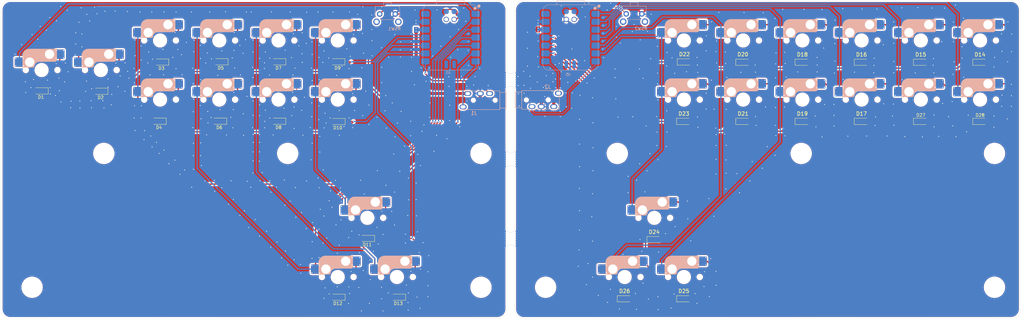
<source format=kicad_pcb>
(kicad_pcb (version 20241229) (generator "pcbnew") (generator_version "9.0")
  (layers (0 "F.Cu" signal) (2 "B.Cu" signal) (13 "F.Paste" user) (15 "B.Paste" user) (5 "F.SilkS" user "F.Silkscreen") (7 "B.SilkS" user "B.Silkscreen") (1 "F.Mask" user) (3 "B.Mask" user) (25 "Edge.Cuts" user))
  (net 0 "")
  (net 1 "/ROW0_L")
  (net 2 "Net-(D1-A)")
  (net 3 "/ROW1_L")
  (net 4 "Net-(D2-A)")
  (net 5 "Net-(D3-A)")
  (net 6 "/ROW2_L")
  (net 7 "Net-(D4-A)")
  (net 8 "/COL4_L")
  (net 9 "Net-(D5-A)")
  (net 10 "Net-(D6-A)")
  (net 11 "Net-(D7-A)")
  (net 12 "Net-(D8-A)")
  (net 13 "Net-(D9-A)")
  (net 14 "Net-(D10-A)")
  (net 15 "Net-(D11-A)")
  (net 16 "Net-(D12-A)")
  (net 17 "Net-(D13-A)")
  (net 18 "/ROW0_R")
  (net 19 "Net-(D14-A)")
  (net 20 "Net-(D15-A)")
  (net 21 "/ROW1_R")
  (net 22 "/ROW2_R")
  (net 23 "Net-(D16-A)")
  (net 24 "/COL4_R")
  (net 25 "Net-(D17-A)")
  (net 26 "Net-(D18-A)")
  (net 27 "Net-(D19-A)")
  (net 28 "Net-(D20-A)")
  (net 29 "Net-(D21-A)")
  (net 30 "Net-(D22-A)")
  (net 31 "Net-(D23-A)")
  (net 32 "Net-(D24-A)")
  (net 33 "Net-(D25-A)")
  (net 34 "Net-(D26-A)")
  (net 35 "/GND_L")
  (net 36 "/Tx_L")
  (net 37 "/VCC_L")
  (net 38 "/GND_R")
  (net 39 "/Tx_R")
  (net 40 "/VCC_R")
  (net 41 "/Rx_R")
  (net 42 "Net-(D27-A)")
  (net 43 "/RST_R")
  (net 44 "/COL0_L")
  (net 45 "/COL1_L")
  (net 46 "/COL2_L")
  (net 47 "/COL3_L")
  (net 48 "/COL2_R")
  (net 49 "/COL3_R")
  (net 50 "/COL5_L")
  (net 51 "/Rx_L")
  (net 52 "/COL5_R")
  (net 53 "Net-(D28-A)")
  (net 58 "/RST_L")
  (net 62 "/COL1_R")
  (net 64 "/COL0_R")
  (footprint "BrownSugar_KBD:CherryMX_Hotswap_via_1U" (layer "F.Cu") (at 161.25 110.85)
    (property "Reference" "SW9")
    (property "Value" "SW_Push")
  )
  (footprint "BrownSugar_KBD:CherryMX_Hotswap_via_1U" (layer "F.Cu") (at 142.25 110.857)
    (property "Reference" "SW7")
    (property "Value" "SW_Push")
  )
  (footprint "Diode_SMD:D_SOD-123" (layer "F.Cu") (at 262.8 174.85)
    (property "Reference" "D24")
    (property "Value" "1N4148W")
  )
  (footprint "BrownSugar_KBD:CherryMX_Hotswap_via_1U" (layer "F.Cu") (at 272.3 129.85)
    (property "Reference" "SW23")
    (property "Value" "SW_Push")
  )
  (footprint "Diode_SMD:D_SOD-123" (layer "F.Cu") (at 161.25 193.35 180)
    (property "Reference" "D12")
    (property "Value" "1N4148W")
  )
  (footprint "MountingHole:MountingHole_6.4mm_M6" (layer "F.Cu") (at 86.2 147.15)
    (property "Reference" "SP7" (hide yes))
    (property "Value" "MountingHole_6.4mm_M6")
  )
  (footprint "BrownSugar_KBD:CherryMX_Hotswap_via_1U" (layer "F.Cu") (at 104.25 110.85)
    (property "Reference" "SW3")
    (property "Value" "SW_Push")
  )
  (footprint "BrownSugar_KBD:CherryMX_Hotswap_via_1U" (layer "F.Cu") (at 348.3 110.85)
    (property "Reference" "SW15")
    (property "Value" "SW_Push")
  )
  (footprint "Diode_SMD:D_SOD-123" (layer "F.Cu") (at 142.25 136.8 180)
    (property "Reference" "D8")
    (property "Value" "1N4148W")
  )
  (footprint "Diode_SMD:D_SOD-123" (layer "F.Cu") (at 329.3 136.85)
    (property "Reference" "D17")
    (property "Value" "1N4148W")
  )
  (footprint "Diode_SMD:D_SOD-123" (layer "F.Cu") (at 103.9 136.8 180)
    (property "Reference" "D4")
    (property "Value" "1N4148W")
  )
  (footprint "BrownSugar_KBD:CherryMX_Hotswap_via_1U" (layer "F.Cu") (at 170.75 167.85)
    (property "Reference" "SW11")
    (property "Value" "SW_Push")
  )
  (footprint "BrownSugar_KBD:CherryMX_Hotswap_via_1U" (layer "F.Cu") (at 104.25 129.85)
    (property "Reference" "SW4")
    (property "Value" "SW_Push")
  )
  (footprint "BrownSugar_KBD:CherryMX_Hotswap_via_1U" (layer "F.Cu") (at 291.3 129.85)
    (property "Reference" "SW21")
    (property "Value" "SW_Push")
  )
  (footprint "BrownSugar_KBD:CherryMX_Hotswap_via_1U" (layer "F.Cu") (at 329.3 110.85)
    (property "Reference" "SW16")
    (property "Value" "SW_Push")
  )
  (footprint "Diode_SMD:D_SOD-123" (layer "F.Cu") (at 272.3 136.85)
    (property "Reference" "D23")
    (property "Value" "1N4148W")
  )
  (footprint "Diode_SMD:D_SOD-123" (layer "F.Cu") (at 123.25 136.8 180)
    (property "Reference" "D6")
    (property "Value" "1N4148W")
  )
  (footprint "Diode_SMD:D_SOD-123" (layer "F.Cu") (at 66.035 127.05 180)
    (property "Reference" "D1")
    (property "Value" "1N4148W")
  )
  (footprint "MountingHole:MountingHole_6.4mm_M6" (layer "F.Cu") (at 250.930001 147.15)
    (property "Reference" "SP1" (hide yes))
    (property "Value" "MountingHole_6.4mm_M6")
  )
  (footprint "MountingHole:MountingHole_6.4mm_M6" (layer "F.Cu") (at 63.2 190.15)
    (property "Reference" "SP6" (hide yes))
    (property "Value" "MountingHole_6.4mm_M6")
  )
  (footprint "BrownSugar_KBD:CherryMX_Hotswap_via_1U" (layer "F.Cu") (at 272.3 110.85)
    (property "Reference" "SW22")
    (property "Value" "SW_Push")
  )
  (footprint "MountingHole:MountingHole_6.4mm_M6" (layer "F.Cu") (at 207.2 147.15)
    (property "Reference" "SP9" (hide yes))
    (property "Value" "MountingHole_6.4mm_M6")
  )
  (footprint "Diode_SMD:D_SOD-123" (layer "F.Cu") (at 310.3 117.85)
    (property "Reference" "D18")
    (property "Value" "1N4148W")
  )
  (footprint "Diode_SMD:D_SOD-123" (layer "F.Cu") (at 291.3 117.85)
    (property "Reference" "D20")
    (property "Value" "1N4148W")
  )
  (footprint "MountingHole:MountingHole_6.4mm_M6" (layer "F.Cu") (at 145.2 147.15)
    (property "Reference" "SP8" (hide yes))
    (property "Value" "MountingHole_6.4mm_M6")
  )
  (footprint "BrownSugar_KBD:CherryMX_Hotswap_via_1U" (layer "F.Cu") (at 142.25 129.85)
    (property "Reference" "SW8")
    (property "Value" "SW_Push")
  )
  (footprint "Diode_SMD:D_SOD-123" (layer "F.Cu") (at 272.5 117.75)
    (property "Reference" "D22")
    (property "Value" "1N4148W")
  )
  (footprint "BrownSugar_KBD:CherryMX_Hotswap_via_1U" (layer "F.Cu") (at 123.25 110.85)
    (property "Reference" "SW5")
    (property "Value" "SW_Push")
  )
  (footprint "BrownSugar_KBD:CherryMX_Hotswap_via_1U" (layer "F.Cu") (at 367.3 110.85)
    (property "Reference" "SW14")
    (property "Value" "SW_Push")
  )
  (footprint "MountingHole:MountingHole_6.4mm_M6" (layer "F.Cu") (at 371.930001 147.15)
    (property "Reference" "SP4" (hide yes))
    (property "Value" "MountingHole_6.4mm_M6")
  )
  (footprint "BrownSugar_KBD:CherryMX_Hotswap_via_1U" (layer "F.Cu") (at 310.3 129.85)
    (property "Reference" "SW19")
    (property "Value" "SW_Push")
  )
  (footprint "Diode_SMD:D_SOD-123" (layer "F.Cu") (at 367.3 136.85)
    (property "Reference" "D28")
    (property "Value" "1N4148W")
  )
  (footprint "Diode_SMD:D_SOD-123" (layer "F.Cu") (at 123.7 117.7 180)
    (property "Reference" "D5")
    (property "Value" "1N4148W")
  )
  (footprint "Diode_SMD:D_SOD-123" (layer "F.Cu") (at 253.3 193.85)
    (property "Reference" "D26")
    (property "Value" "1N4148W")
  )
  (footprint "MountingHole:MountingHole_6.4mm_M6" (layer "F.Cu") (at 371.930001 190.15)
    (property "Reference" "SP5" (hide yes))
    (property "Value" "MountingHole_6.4mm_M6")
  )
  (footprint "BrownSugar_KBD:CherryMX_Hotswap_via_1U" (layer "F.Cu") (at 66.25 120.35)
    (property "Reference" "SW1")
    (property "Value" "SW_Push")
  )
  (footprint "BrownSugar_KBD:CherryMX_Hotswap_via_1U" (layer "F.Cu") (at 85.25 120.35)
    (property "Reference" "SW2")
    (property "Value" "SW_Push")
  )
  (footprint "Diode_SMD:D_SOD-123" (layer "F.Cu") (at 348.3 136.85)
    (property "Reference" "D27")
    (property "Value" "1N4148W")
  )
  (footprint "BrownSugar_KBD:CherryMX_Hotswap_via_1U" (layer "F.Cu") (at 310.3 110.85)
    (property "Reference" "SW18")
    (property "Value" "SW_Push")
  )
  (footprint "Diode_SMD:D_SOD-123" (layer "F.Cu") (at 291.3 136.85)
    (property "Reference" "D21")
    (property "Value" "1N4148W")
  )
  (footprint "myfootprint:mousebites_2.5mm" (layer "F.Cu") (at 218 123.5)
    (property "Reference" "MB3" (hide yes))
    (property "Value" "mousebites 2mm" (hide yes))
    (fp_line (start -1.5 -2) (end -1 -2) (stroke (width 0.08)) (layer "Edge.Cuts"))
    (fp_line (start -1 2) (end -1.5 2) (stroke (width 0.08)) (layer "Edge.Cuts"))
    (fp_arc (start -2.5 3) (mid -2.207108 2.292895) (end -1.500003 2.000003) (stroke (width 0.08)) (layer "Edge.Cuts"))
    (fp_arc (start -1.5 -2) (mid -2.207105 -2.292892) (end -2.499997 -2.999997) (stroke (width 0.08)) (layer "Edge.Cuts"))
    (fp_arc (start -1 2) (mid -0.292895 2.292892) (end -0.000003 2.999997) (stroke (width 0.08)) (layer "Edge.Cuts"))
    (fp_arc (start 0 -3) (mid -0.292892 -2.292895) (end -0.999997 -2.000003) (stroke (width 0.08)) (layer "Edge.Cuts"))
  )
  (footprint "myfootprint:mousebites_2.5mm" (layer "F.Cu") (at 218 149)
    (property "Reference" "MB2" (hide yes))
    (property "Value" "mousebites 2mm" (hide yes))
    (fp_line (start -1.5 -2) (end -1 -2) (stroke (width 0.08)) (layer "Edge.Cuts"))
    (fp_line (start -1 2) (end -1.5 2) (stroke (width 0.08)) (layer "Edge.Cuts"))
    (fp_arc (start -2.5 3) (mid -2.207108 2.292895) (end -1.500003 2.000003) (stroke (width 0.08)) (layer "Edge.Cuts"))
    (fp_arc (start -1.5 -2) (mid -2.207105 -2.292892) (end -2.499997 -2.999997) (stroke (width 0.08)) (layer "Edge.Cuts"))
    (fp_arc (start -1 2) (mid -0.292895 2.292892) (end -0.000003 2.999997) (stroke (width 0.08)) (layer "Edge.Cuts"))
    (fp_arc (start 0 -3) (mid -0.292892 -2.292895) (end -0.999997 -2.000003) (stroke (width 0.08)) (layer "Edge.Cuts"))
  )
  (footprint "BrownSugar_KBD:CherryMX_Hotswap_via_1U" (layer "F.Cu") (at 291.3 110.85)
    (property "Reference" "SW20")
    (property "Value" "SW_Push")
  )
  (footprint "Diode_SMD:D_SOD-123" (layer "F.Cu") (at 348.3 117.85)
    (property "Reference" "D15")
    (property "Value" "1N4148W")
  )
  (footprint "MountingHole:MountingHole_6.4mm_M6" (layer "F.Cu") (at 207.2 190.15)
    (property "Reference" "SP10" (hide yes))
    (property "Value" "MountingHole_6.4mm_M6")
  )
  (footprint "BrownSugar_KBD:CherryMX_Hotswap_via_1U" (layer "F.Cu") (at 348.3 129.85)
    (property "Reference" "SW27")
    (property "Value" "SW_Push")
  )
  (footprint "Diode_SMD:D_SOD-123" (layer "F.Cu") (at 161.2 117.7 180)
    (property "Reference" "D9")
    (property "Value" "1N4148W")
  )
  (footprint "MountingHole:MountingHole_6.4mm_M6" (layer "F.Cu") (at 227.930001 190.15)
    (property "Reference" "SP2" (hide yes))
    (property "Value" "MountingHole_6.4mm_M6")
  )
  (footprint "myfootprint:mousebites_2.5mm" (layer "F.Cu") (at 218 174.5)
    (property "Reference" "MB1" (hide yes))
    (property "Value" "mousebites 2mm" (hide yes))
    (fp_line (start -1.5 -2) (end -1 -2) (stroke (width 0.08)) (layer "Edge.Cuts"))
    (fp_line (start -1 2) (end -1.5 2) (stroke (width 0.08)) (layer "Edge.Cuts"))
    (fp_arc (start -2.5 3) (mid -2.207108 2.292895) (end -1.500003 2.000003) (stroke (width 0.08)) (layer "Edge.Cuts"))
    (fp_arc (start -1.5 -2) (mid -2.207105 -2.292892) (end -2.499997 -2.999997) (stroke (width 0.08)) (layer "Edge.Cuts"))
    (fp_arc (start -1 2) (mid -0.292895 2.292892) (end -0.000003 2.999997) (stroke (width 0.08)) (layer "Edge.Cuts"))
    (fp_arc (start 0 -3) (mid -0.292892 -2.292895) (end -0.999997 -2.000003) (stroke (width 0.08)) (layer "Edge.Cuts"))
  )
  (footprint "Diode_SMD:D_SOD-123" (layer "F.Cu") (at 180.65 193.35 180)
    (property "Reference" "D13")
    (property "Value" "1N4148W")
  )
  (footprint "BrownSugar_KBD:CherryMX_Hotswap_via_1U" (layer "F.Cu") (at 161.25 129.85)
    (property "Reference" "SW10")
    (property "Value" "SW_Push")
  )
  (footprint "MountingHole:MountingHole_6.4mm_M6" (layer "F.Cu") (at 309.930001 147.15)
    (property "Reference" "SP3" (hide yes))
    (property "Value" "MountingHole_6.4mm_M6")
  )
  (footprint "Diode_SMD:D_SOD-123" (layer "F.Cu") (at 170.7 174.45 180)
    (property "Reference" "D11")
    (property "Value" "1N4148W")
  )
  (footprint "Diode_SMD:D_SOD-123" (layer "F.Cu") (at 142.25 117.7 180)
    (property "Reference" "D7")
    (property "Value" "1N4148W")
  )
  (footprint "Diode_SMD:D_SOD-123" (layer "F.Cu") (at 104.7 117.8 180)
    (property "Reference" "D3")
    (property "Value" "1N4148W")
  )
  (footprint "Diode_SMD:D_SOD-123" (layer "F.Cu") (at 85.17 127.1675 180)
    (property "Reference" "D2")
    (property "Value" "1N4148W")
  )
  (footprint "BrownSugar_KBD:CherryMX_Hotswap_via_1U" (layer "F.Cu") (at 262.8 167.85)
    (property "Reference" "SW24")
    (property "Value" "SW_Push")
  )
  (footprint "Diode_SMD:D_SOD-123" (layer "F.Cu") (at 310.3 136.85)
    (property "Reference" "D19")
    (property "Value" "1N4148W")
  )
  (footprint "Diode_SMD:D_SOD-123" (layer "F.Cu") (at 272.3 193.85)
    (property "Reference" "D25")
    (property "Value" "1N4148W")
  )
  (footprint "BrownSugar_KBD:CherryMX_Hotswap_via_1U" (layer "F.Cu") (at 329.3 129.85)
    (property "Reference" "SW17")
    (property "Value" "SW_Push")
  )
  (footprint "BrownSugar_KBD:CherryMX_Hotswap_via_1U" (layer "F.Cu") (at 253.3 186.85)
    (property "Reference" "SW26")
    (property "Value" "SW_Push")
  )
  (footprint "Diode_SMD:D_SOD-123" (layer "F.Cu") (at 161.25 136.9 180)
    (property "Reference" "D10")
    (property "Value" "1N4148W")
  )
  (footprint "BrownSugar_KBD:CherryMX_Hotswap_via_1U" (layer "F.Cu") (at 161.25 186.85)
    (property "Reference" "SW12")
    (property "Value" "SW_Push")
  )
  (footprint "Diode_SMD:D_SOD-123" (layer "F.Cu") (at 329.3 117.85)
    (property "Reference" "D16")
    (property "Value" "1N4148W")
  )
  (footprint "BrownSugar_KBD:CherryMX_Hotswap_via_1U" (layer "F.Cu") (at 180.25 186.85)
    (property "Reference" "SW13")
    (property "Value" "SW_Push")
  )
  (footprint "BrownSugar_KBD:CherryMX_Hotswap_via_1U" (layer "F.Cu") (at 272.3 186.85)
    (property "Reference" "SW25")
    (property "Value" "SW_Push")
  )
  (footprint "BrownSugar_KBD:CherryMX_Hotswap_via_1U" (layer "F.Cu") (at 123.25 129.85)
    (property "Reference" "SW6")
    (property "Value" "SW_Push")
  )
  (footprint "BrownSugar_KBD:CherryMX_Hotswap_via_1U" (layer "F.Cu") (at 367.3 129.85)
    (property "Reference" "SW28")
    (property "Value" "SW_Push")
  )
  (footprint "Diode_SMD:D_SOD-123" (layer "F.Cu") (at 367.3 117.85)
    (property "Reference" "D14")
    (property "Value" "1N4148W")
  )
  (footprint "myfootprint:SKHLLCA010" (layer "B.Cu") (at 177.2 103.6 180)
    (property "Reference" "RSW1")
    (property "Value" "SW_Push")
  )
  (footprint "myfootprint:SKHLLCA010" (layer "B.Cu") (at 256.3 103.55 180)
    (property "Reference" "RSW2")
    (property "Value" "SW_Push")
  )
  (footprint "XIAO_PCB:XIAO-RP2040-SMD" (layer "B.Cu") (at 197.5 109.93025 180)
    (property "Reference" "U1")
    (property "Value" "XIAO-RP2040-SMD")
    (fp_rect (start -1.088 8.378) (end 1.452 5.838) (stroke (width 0.05)) (fill no) (layer "Edge.Cuts"))
  )
  (footprint "MJ-4PP-9:MJ-4PP-9" (layer "B.Cu") (at 226.3 130)
    (property "Reference" "J2")
    (property "Value" "MJ-4PP-9")
  )
  (footprint "XIAO_PCB:XIAO-RP2040-SMD" (layer "B.Cu") (at 236.0045 109.93025 180)
    (property "Reference" "U2")
    (property "Value" "XIAO-RP2040-SMD")
    (fp_rect (start -1.088 8.378) (end 1.452 5.838) (stroke (width 0.05)) (fill no) (layer "Edge.Cuts"))
  )
  (footprint "MJ-4PP-9:MJ-4PP-9" (layer "B.Cu") (at 207.2 130 180)
    (property "Reference" "J1")
    (property "Value" "MJ-4PP-9")
  )
  (gr_line (start 215.500003 171.500003) (end 215.5 152) (stroke (width 0.05)) (layer "Edge.Cuts"))
  (gr_line (start 56.269999 200.2) (end 212.5 200.16) (stroke (width 0.05)) (layer "Edge.Cuts"))
  (gr_arc (start 215.5 197.16) (mid 214.62132 199.28132) (end 212.5 200.16) (stroke (width 0.05)) (layer "Edge.Cuts"))
  (gr_line (start 215.500003 146.000003) (end 215.5 126.5) (stroke (width 0.05)) (layer "Edge.Cuts"))
  (gr_line (start 221 200.2) (end 377.230001 200.16) (stroke (width 0.05)) (layer "Edge.Cuts"))
  (gr_arc (start 380.230001 197.16) (mid 379.351321 199.281321) (end 377.230001 200.16) (stroke (width 0.05)) (layer "Edge.Cuts"))
  (gr_line (start 53.269999 197.200005) (end 53.269999 101) (stroke (width 0.05)) (layer "Edge.Cuts"))
  (gr_arc (start 212.5 98) (mid 214.62132 98.87868) (end 215.5 101) (stroke (width 0.05)) (layer "Edge.Cuts"))
  (gr_arc (start 221 200.2) (mid 218.878681 199.321322) (end 218 197.200005) (stroke (width 0.05)) (layer "Edge.Cuts"))
  (gr_line (start 217.999999 177.499997) (end 218 197.2) (stroke (width 0.05)) (layer "Edge.Cuts"))
  (gr_line (start 380.230001 101) (end 380.230001 197.16) (stroke (width 0.05)) (layer "Edge.Cuts"))
  (gr_arc (start 56.269999 200.2) (mid 54.148681 199.321322) (end 53.269999 197.200005) (stroke (width 0.05)) (layer "Edge.Cuts"))
  (gr_line (start 218 120.5) (end 218 101) (stroke (width 0.05)) (layer "Edge.Cuts"))
  (gr_line (start 217.999999 126.499997) (end 218.000001 146) (stroke (width 0.05)) (layer "Edge.Cuts"))
  (gr_line (start 215.500004 120.500003) (end 215.5 100.999999) (stroke (width 0.05)) (layer "Edge.Cuts"))
  (gr_line (start 56.269999 98) (end 212.5 98) (stroke (width 0.05)) (layer "Edge.Cuts"))
  (gr_arc (start 218.000001 101) (mid 218.87868 98.87868) (end 221 98) (stroke (width 0.05)) (layer "Edge.Cuts"))
  (gr_arc (start 377.230001 98) (mid 379.351321 98.87868) (end 380.230001 101) (stroke (width 0.05)) (layer "Edge.Cuts"))
  (gr_arc (start 53.269999 101) (mid 54.148667 98.87869) (end 56.269968 98) (stroke (width 0.05)) (layer "Edge.Cuts"))
  (gr_line (start 221 98) (end 377.230001 98) (stroke (width 0.05)) (layer "Edge.Cuts"))
  (gr_line (start 215.5 177.5) (end 215.5 197.16) (stroke (width 0.05)) (layer "Edge.Cuts"))
  (gr_line (start 218 171.5) (end 217.999997 151.999997) (stroke (width 0.05)) (layer "Edge.Cuts"))
  (segment (start 75.05 131.55) (end 87 131.55) (width 0.4) (layer "F.Cu") (net 1))
  (segment (start 111.7 120.85) (end 131 120.85) (width 0.4) (layer "F.Cu") (net 1))
  (segment (start 97.7 120.85) (end 111.7 120.85) (width 0.4) (layer "F.Cu") (net 1))
  (segment (start 150.25 120.85) (end 162.4 120.85) (width 0.4) (layer "F.Cu") (net 1))
  (segment (start 143.9 117.7) (end 147.1 117.7) (width 0.4) (layer "F.Cu") (net 1))
  (segment (start 91.775 126.775) (end 97.7 120.85) (width 0.4) (layer "F.Cu") (net 1))
  (segment (start 70.55 127.05) (end 75.05 131.55) (width 0.4) (layer "F.Cu") (net 1))
  (segment (start 131 120.85) (end 150.25 120.85) (width 0.4) (layer "F.Cu") (net 1))
  (segment (start 86.82 127.1675) (end 91.3825 127.1675) (width 0.4) (layer "F.Cu") (net 1))
  (segment (start 165.55 117.7) (end 162.85 117.7) (width 0.4) (layer "F.Cu") (net 1))
  (segment (start 108.65 117.8) (end 111.7 120.85) (width 0.4) (layer "F.Cu") (net 1))
  (segment (start 87 131.55) (end 91.775 126.775) (width 0.4) (layer "F.Cu") (net 1))
  (segment (start 127.85 117.7) (end 131 120.85) (width 0.4) (layer "F.Cu") (net 1))
  (segment (start 125.35 117.7) (end 127.85 117.7) (width 0.4) (layer "F.Cu") (net 1))
  (segment (start 67.685 127.05) (end 70.55 127.05) (width 0.4) (layer "F.Cu") (net 1))
  (segment (start 91.3825 127.1675) (end 91.775 126.775) (width 0.4) (layer "F.Cu") (net 1))
  (segment (start 147.1 117.7) (end 150.25 120.85) (width 0.4) (layer "F.Cu") (net 1))
  (segment (start 106.35 117.8) (end 108.65 117.8) (width 0.4) (layer "F.Cu") (net 1))
  (segment (start 162.4 120.85) (end 165.55 117.7) (width 0.4) (layer "F.Cu") (net 1))
  (via (at 165.55 117.7) (size 0.6) (drill 0.3) (layers "F.Cu" "B.Cu") (net 1))
  (segment (start 172.65 117.7) (end 165.55 117.7) (width 0.4) (layer "B.Cu") (net 1))
  (segment (start 173.95 116.4) (end 172.65 117.7) (width 0.4) (layer "B.Cu") (net 1))
  (segment (start 189.335 109.93025) (end 180.41975 109.93025) (width 0.4) (layer "B.Cu") (net 1))
  (segment (start 180.41975 109.93025) (end 173.95 116.4) (width 0.4) (layer "B.Cu") (net 1))
  (segment (start 62.05 127.05) (end 64.385 127.05) (width 0.4) (layer "F.Cu") (net 2))
  (segment (start 61.55 126.55) (end 62.05 127.05) (width 0.4) (layer "F.Cu") (net 2))
  (segment (start 73.7 122.65) (end 71.75 124.6) (width 0.4) (layer "F.Cu") (net 2))
  (segment (start 72.09 117.89) (end 73.7 119.5) (width 0.4) (layer "F.Cu") (net 2))
  (segment (start 72.09 115.27) (end 72.09 117.89) (width 0.4) (layer "F.Cu") (net 2))
  (segment (start 71.75 124.6) (end 62.1 124.6) (width 0.4) (layer "F.Cu") (net 2))
  (segment (start 61.55 125.15) (end 61.55 126.55) (width 0.4) (layer "F.Cu") (net 2))
  (segment (start 73.7 119.5) (end 73.7 122.65) (width 0.4) (layer "F.Cu") (net 2))
  (segment (start 62.1 124.6) (end 61.55 125.15) (width 0.4) (layer "F.Cu") (net 2))
  (segment (start 127.7 136.8) (end 131.1 140.2) (width 0.4) (layer "F.Cu") (net 3))
  (segment (start 166.3 136.9) (end 162.9 136.9) (width 0.4) (layer "F.Cu") (net 3))
  (segment (start 146.65 136.8) (end 150.05 140.2) (width 0.4) (layer "F.Cu") (net 3))
  (segment (start 108.95 140.2) (end 131.1 140.2) (width 0.4) (layer "F.Cu") (net 3))
  (segment (start 150.05 140.2) (end 163 140.2) (width 0.4) (layer "F.Cu") (net 3))
  (segment (start 105.55 136.8) (end 108.95 140.2) (width 0.4) (layer "F.Cu") (net 3))
  (segment (start 163 140.2) (end 166.3 136.9) (width 0.4) (layer "F.Cu") (net 3))
  (segment (start 143.9 136.8) (end 146.65 136.8) (width 0.4) (layer "F.Cu") (net 3))
  (segment (start 124.9 136.8) (end 127.7 136.8) (width 0.4) (layer "F.Cu") (net 3))
  (segment (start 131.1 140.2) (end 150.05 140.2) (width 0.4) (layer "F.Cu") (net 3))
  (via (at 166.3 136.9) (size 0.6) (drill 0.3) (layers "F.Cu" "B.Cu") (net 3))
  (segment (start 173.3 133.95) (end 170.35 136.9) (width 0.4) (layer "B.Cu") (net 3))
  (segment (start 189.335 112.47025) (end 178.729692 112.47025) (width 0.4) (layer "B.Cu") (net 3))
  (segment (start 178.729692 112.47025) (end 173.3 117.899942) (width 0.4) (layer "B.Cu") (net 3))
  (segment (start 173.3 117.899942) (end 173.3 133.95) (width 0.4) (layer "B.Cu") (net 3))
  (segment (start 170.35 136.9) (end 166.3 136.9) (width 0.4) (layer "B.Cu") (net 3))
  (segment (start 91.09 117.64) (end 92.9 119.45) (width 0.4) (layer "F.Cu") (net 4))
  (segment (start 92.9 119.45) (end 92.9 122.3) (width 0.4) (layer "F.Cu") (net 4))
  (segment (start 81.9 124.3) (end 81.35 124.85) (width 0.4) (layer "F.Cu") (net 4))
  (segment (start 91.09 115.27) (end 91.09 117.64) (width 0.4) (layer "F.Cu") (net 4))
  (segment (start 81.35 126.8) (end 81.7175 127.1675) (width 0.4) (layer "F.Cu") (net 4))
  (segment (start 81.7175 127.1675) (end 83.52 127.1675) (width 0.4) (layer "F.Cu") (net 4))
  (segment (start 92.9 122.3) (end 90.9 124.3) (width 0.4) (layer "F.Cu") (net 4))
  (segment (start 81.35 124.85) (end 81.35 126.8) (width 0.4) (layer "F.Cu") (net 4))
  (segment (start 90.9 124.3) (end 81.9 124.3) (width 0.4) (layer "F.Cu") (net 4))
  (segment (start 110.09 105.77) (end 110.09 107.94) (width 0.4) (layer "F.Cu") (net 5))
  (segment (start 100.7 115.8) (end 100.7 116.95) (width 0.4) (layer "F.Cu") (net 5))
  (segment (start 101.7 114.8) (end 100.7 115.8) (width 0.4) (layer "F.Cu") (net 5))
  (segment (start 110.09 107.94) (end 111.75 109.6) (width 0.4) (layer "F.Cu") (net 5))
  (segment (start 110.35 114.8) (end 101.7 114.8) (width 0.4) (layer "F.Cu") (net 5))
  (segment (start 101.6 117.8) (end 103.05 117.8) (width 0.4) (layer "F.Cu") (net 5))
  (segment (start 111.75 113.4) (end 110.35 114.8) (width 0.4) (layer "F.Cu") (net 5))
  (segment (start 100.7 116.95) (end 100.75 116.95) (width 0.4) (layer "F.Cu") (net 5))
  (segment (start 100.75 116.95) (end 101.6 117.8) (width 0.4) (layer "F.Cu") (net 5))
  (segment (start 111.75 109.6) (end 111.75 113.4) (width 0.4) (layer "F.Cu") (net 5))
  (segment (start 182.3 193.35) (end 184.7 193.35) (width 0.4) (layer "F.Cu") (net 6))
  (segment (start 188.95 193.95) (end 188.95 185.65) (width 0.4) (layer "F.Cu") (net 6))
  (segment (start 184.7 193.35) (end 188.95 189.1) (width 0.4) (layer "F.Cu") (net 6))
  (segment (start 188.95 189.1) (end 188.95 185.65) (width 0.4) (layer "F.Cu") (net 6))
  (segment (start 162.9 193.35) (end 164.45 193.35) (width 0.4) (layer "F.Cu") (net 6))
  (segment (start 167.7 196.6) (end 186.3 196.6) (width 0.4) (layer "F.Cu") (net 6))
  (segment (start 186.3 196.6) (end 188.95 193.95) (width 0.4) (layer "F.Cu") (net 6))
  (segment (start 188.95 178.2) (end 185.2 174.45) (width 0.4) (layer "F.Cu") (net 6))
  (segment (start 164.45 193.35) (end 167.7 196.6) (width 0.4) (layer "F.Cu") (net 6))
  (segment (start 188.95 185.65) (end 188.95 178.2) (width 0.4) (layer "F.Cu") (net 6))
  (segment (start 185.2 174.45) (end 172.35 174.45) (width 0.4) (layer "F.Cu") (net 6))
  (via (at 185.2 174.45) (size 0.6) (drill 0.3) (layers "F.Cu" "B.Cu") (net 6))
  (segment (start 185.2 145.1) (end 185.2 174.45) (width 0.4) (layer "B.Cu") (net 6))
  (segment (start 174.05 133.95) (end 185.2 145.1) (width 0.4) (layer "B.Cu") (net 6))
  (segment (start 177.039634 115.01025) (end 174.05 117.999884) (width 0.4) (layer "B.Cu") (net 6))
  (segment (start 189.335 115.01025) (end 177.039634 115.01025) (width 0.4) (layer "B.Cu") (net 6))
  (segment (start 174.05 117.999884) (end 174.05 133.95) (width 0.4) (layer "B.Cu") (net 6))
  (segment (start 111.7 132.5) (end 110.4 133.8) (width 0.4) (layer "F.Cu") (net 7))
  (segment (start 110.4 133.85) (end 101.35 133.85) (width 0.4) (layer "F.Cu") (net 7))
  (segment (start 110.4 133.8) (end 110.4 133.85) (width 0.4) (layer "F.Cu") (net 7))
  (segment (start 110.09 124.77) (end 110.09 127.04) (width 0.4) (layer "F.Cu") (net 7))
  (segment (start 100.3 134.9) (end 100.3 136.2) (width 0.4) (layer "F.Cu") (net 7))
  (segment (start 111.7 128.65) (end 111.7 132.5) (width 0.4) (layer "F.Cu") (net 7))
  (segment (start 110.09 127.04) (end 111.7 128.65) (width 0.4) (layer "F.Cu") (net 7))
  (segment (start 100.9 136.8) (end 102.25 136.8) (width 0.4) (layer "F.Cu") (net 7))
  (segment (start 101.35 133.85) (end 100.3 134.9) (width 0.4) (layer "F.Cu") (net 7))
  (segment (start 100.3 136.2) (end 100.9 136.8) (width 0.4) (layer "F.Cu") (net 7))
  (segment (start 194.55 137.05) (end 173.401 158.199) (width 0.4) (layer "F.Cu") (net 8))
  (segment (start 173.15 180.95) (end 173.14 180.96) (width 0.4) (layer "F.Cu") (net 8))
  (segment (start 160.4 168.2) (end 173.15 180.95) (width 0.4) (layer "F.Cu") (net 8))
  (segment (start 173.401 158.199) (end 164.951 158.199) (width 0.4) (layer "F.Cu") (net 8))
  (segment (start 164.951 158.199) (end 160.4 162.75) (width 0.4) (layer "F.Cu") (net 8))
  (segment (start 160.4 162.75) (end 160.4 168.2) (width 0.4) (layer "F.Cu") (net 8))
  (segment (start 173.14 180.96) (end 173.14 184.31) (width 0.4) (layer "F.Cu") (net 8))
  (via (at 194.55 137.05) (size 0.6) (drill 0.3) (layers "F.Cu" "B.Cu") (net 8))
  (segment (start 173.14 180.939942) (end 170.050058 177.85) (width 0.4) (layer "B.Cu") (net 8))
  (segment (start 205.5 112.47025) (end 199.22975 112.47025) (width 0.4) (layer "B.Cu") (net 8))
  (segment (start 199.22975 112.47025) (end 194.55 117.15) (width 0.4) (layer "B.Cu") (net 8))
  (segment (start 194.55 117.15) (end 194.55 137.05) (width 0.4) (layer "B.Cu") (net 8))
  (segment (start 159.8 177.85) (end 135.14 153.19) (width 0.4) (layer "B.Cu") (net 8))
  (segment (start 173.14 184.31) (end 173.14 180.939942) (width 0.4) (layer "B.Cu") (net 8))
  (segment (start 135.14 153.19) (end 135.14 127.31) (width 0.4) (layer "B.Cu") (net 8))
  (segment (start 135.14 108.317) (end 135.14 127.31) (width 0.4) (layer "B.Cu") (net 8))
  (segment (start 170.050058 177.85) (end 159.8 177.85) (width 0.4) (layer "B.Cu") (net 8))
  (segment (start 130.8 109.9) (end 130.8 113.25) (width 0.4) (layer "F.Cu") (net 9))
  (segment (start 119.6 115.9) (end 119.6 117.25) (width 0.4) (layer "F.Cu") (net 9))
  (segment (start 120.05 117.7) (end 122.05 117.7) (width 0.4) (layer "F.Cu") (net 9))
  (segment (start 119.6 117.25) (end 120.05 117.7) (width 0.4) (layer "F.Cu") (net 9))
  (segment (start 130.8 113.25) (end 128.9 115.15) (width 0.4) (layer "F.Cu") (net 9))
  (segment (start 129.09 108.19) (end 130.8 109.9) (width 0.4) (layer "F.Cu") (net 9))
  (segment (start 128.9 115.15) (end 120.35 115.15) (width 0.4) (layer "F.Cu") (net 9))
  (segment (start 129.09 105.77) (end 129.09 108.19) (width 0.4) (layer "F.Cu") (net 9))
  (segment (start 120.35 115.15) (end 119.6 115.9) (width 0.4) (layer "F.Cu") (net 9))
  (segment (start 130.9 132.8) (end 129.45 134.25) (width 0.4) (layer "F.Cu") (net 10))
  (segment (start 119.65 135.9) (end 120.55 136.8) (width 0.4) (layer "F.Cu") (net 10))
  (segment (start 120.55 134.25) (end 119.65 135.15) (width 0.4) (layer "F.Cu") (net 10))
  (segment (start 120.55 136.8) (end 121.6 136.8) (width 0.4) (layer "F.Cu") (net 10))
  (segment (start 129.45 134.25) (end 120.55 134.25) (width 0.4) (layer "F.Cu") (net 10))
  (segment (start 129.09 127.14) (end 130.9 128.95) (width 0.4) (layer "F.Cu") (net 10))
  (segment (start 130.9 128.95) (end 130.9 132.8) (width 0.4) (layer "F.Cu") (net 10))
  (segment (start 119.65 135.15) (end 119.65 135.9) (width 0.4) (layer "F.Cu") (net 10))
  (segment (start 129.09 124.77) (end 129.09 127.14) (width 0.4) (layer "F.Cu") (net 10))
  (segment (start 138.4 117.15) (end 138.95 117.7) (width 0.4) (layer "F.Cu") (net 11))
  (segment (start 148.09 108.04) (end 150.05 110) (width 0.4) (layer "F.Cu") (net 11))
  (segment (start 150.05 113.2) (end 148.2 115.05) (width 0.4) (layer "F.Cu") (net 11))
  (segment (start 139.2 115.05) (end 138.4 115.85) (width 0.4) (layer "F.Cu") (net 11))
  (segment (start 148.2 115.05) (end 139.2 115.05) (width 0.4) (layer "F.Cu") (net 11))
  (segment (start 138.4 115.85) (end 138.4 117.15) (width 0.4) (layer "F.Cu") (net 11))
  (segment (start 150.05 110) (end 150.05 113.2) (width 0.4) (layer "F.Cu") (net 11))
  (segment (start 148.09 105.777) (end 148.09 108.04) (width 0.4) (layer "F.Cu") (net 11))
  (segment (start 138.95 117.7) (end 140.6 117.7) (width 0.4) (layer "F.Cu") (net 11))
  (segment (start 138.25 134.55) (end 138.25 136) (width 0.2) (layer "F.Cu") (net 12))
  (segment (start 147.75 133.5) (end 139.3 133.5) (width 0.2) (layer "F.Cu") (net 12))
  (segment (start 139.05 136.8) (end 140.6 136.8) (width 0.2) (layer "F.Cu") (net 12))
  (segment (start 149.5 131.75) (end 147.75 133.5) (width 0.2) (layer "F.Cu") (net 12))
  (segment (start 138.25 136) (end 139.05 136.8) (width 0.2) (layer "F.Cu") (net 12))
  (segment (start 139.3 133.5) (end 138.25 134.55) (width 0.2) (layer "F.Cu") (net 12))
  (segment (start 148.09 124.77) (end 148.09 127.44) (width 0.2) (layer "F.Cu") (net 12))
  (segment (start 149.5 128.85) (end 149.5 131.75) (width 0.2) (layer "F.Cu") (net 12))
  (segment (start 148.09 127.44) (end 149.5 128.85) (width 0.2) (layer "F.Cu") (net 12))
  (segment (start 157.1 115.6) (end 157.1 116.8) (width 0.4) (layer "F.Cu") (net 13))
  (segment (start 157.1 116.8) (end 158 117.7) (width 0.4) (layer "F.Cu") (net 13))
  (segment (start 168.95 109.9) (end 168.95 113.1) (width 0.4) (layer "F.Cu") (net 13))
  (segment (start 167.09 108.04) (end 168.95 109.9) (width 0.4) (layer "F.Cu") (net 13))
  (segment (start 167.45 114.6) (end 158.1 114.6) (width 0.4) (layer "F.Cu") (net 13))
  (segment (start 158.1 114.6) (end 157.1 115.6) (width 0.4) (layer "F.Cu") (net 13))
  (segment (start 158 117.7) (end 159.55 117.7) (width 0.4) (layer "F.Cu") (net 13))
  (segment (start 167.09 105.77) (end 167.09 108.04) (width 0.4) (layer "F.Cu") (net 13))
  (segment (start 168.95 113.1) (end 167.45 114.6) (width 0.4) (layer "F.Cu") (net 13))
  (segment (start 158.65 134.5) (end 157.8 135.35) (width 0.4) (layer "F.Cu") (net 14))
  (segment (start 167.09 124.77) (end 167.09 127.09) (width 0.4) (layer "F.Cu") (net 14))
  (segment (start 158.45 136.9) (end 159.6 136.9) (width 0.4) (layer "F.Cu") (net 14))
  (segment (start 157.8 135.35) (end 157.75 135.35) (width 0.4) (layer "F.Cu") (net 14))
  (segment (start 168.75 128.75) (end 168.75 132.85) (width 0.4) (layer "F.Cu") (net 14))
  (segment (start 167.09 127.09) (end 168.75 128.75) (width 0.4) (layer "F.Cu") (net 14))
  (segment (start 157.75 135.35) (end 157.75 136.2) (width 0.4) (layer "F.Cu") (net 14))
  (segment (start 168.75 132.85) (end 167.1 134.5) (width 0.4) (layer "F.Cu") (net 14))
  (segment (start 167.1 134.5) (end 158.65 134.5) (width 0.4) (layer "F.Cu") (net 14))
  (segment (start 157.75 136.2) (end 158.45 136.9) (width 0.4) (layer "F.Cu") (net 14))
  (segment (start 166.85 173.8) (end 166.85 172.65) (width 0.4) (layer "F.Cu") (net 15))
  (segment (start 178.25 170) (end 178.25 167.2) (width 0.4) (layer "F.Cu") (net 15))
  (segment (start 176.59 165.54) (end 176.59 162.77) (width 0.4) (layer "F.Cu") (net 15))
  (segment (start 176.3 171.95) (end 178.25 170) (width 0.4) (layer "F.Cu") (net 15))
  (segment (start 178.25 167.2) (end 176.59 165.54) (width 0.4) (layer "F.Cu") (net 15))
  (segment (start 167.5 174.45) (end 166.85 173.8) (width 0.4) (layer "F.Cu") (net 15))
  (segment (start 169.05 174.45) (end 167.5 174.45) (width 0.4) (layer "F.Cu") (net 15))
  (segment (start 166.85 172.65) (end 167.55 171.95) (width 0.4) (layer "F.Cu") (net 15))
  (segment (start 167.55 171.95) (end 176.3 171.95) (width 0.4) (layer "F.Cu") (net 15))
  (segment (start 167.09 184.49) (end 167.09 181.77) (width 0.4) (layer "F.Cu") (net 16))
  (segment (start 158 191.1) (end 165.3 191.1) (width 0.4) (layer "F.Cu") (net 16))
  (segment (start 157.95 193.35) (end 157.35 192.75) (width 0.4) (layer "F.Cu") (net 16))
  (segment (start 168.45 187.95) (end 168.45 185.85) (width 0.4) (layer "F.Cu") (net 16))
  (segment (start 157.35 191.75) (end 158 191.1) (width 0.4) (layer "F.Cu") (net 16))
  (segment (start 159.6 193.35) (end 157.95 193.35) (width 0.4) (layer "F.Cu") (net 16))
  (segment (start 168.45 185.85) (end 167.09 184.49) (width 0.4) (layer "F.Cu") (net 16))
  (segment (start 157.35 192.75) (end 157.35 191.75) (width 0.4) (layer "F.Cu") (net 16))
  (segment (start 165.3 191.1) (end 168.45 187.95) (width 0.4) (layer "F.Cu") (net 16))
  (segment (start 186.09 181.77) (end 186.09 184.34) (width 0.4) (layer "F.Cu") (net 17))
  (segment (start 186.09 184.34) (end 187.15 185.4) (width 0.4) (layer "F.Cu") (net 17))
  (segment (start 176.7 190.75) (end 175.9 191.55) (width 0.4) (layer "F.Cu") (net 17))
  (segment (start 187.15 188.4) (end 184.8 190.75) (width 0.4) (layer "F.Cu") (net 17))
  (segment (start 176.8 193.35) (end 179 193.35) (width 0.4) (layer "F.Cu") (net 17))
  (segment (start 175.9 191.55) (end 175.9 192.45) (width 0.4) (layer "F.Cu") (net 17))
  (segment (start 184.8 190.75) (end 176.7 190.75) (width 0.4) (layer "F.Cu") (net 17))
  (segment (start 187.15 185.4) (end 187.15 188.4) (width 0.4) (layer "F.Cu") (net 17))
  (segment (start 175.9 192.45) (end 176.8 193.35) (width 0.4) (layer "F.Cu") (net 17))
  (segment (start 262.8 117.75) (end 258.967115 121.582885) (width 0.4) (layer "F.Cu") (net 18))
  (segment (start 268.9 117.75) (end 270.85 117.75) (width 0.4) (layer "F.Cu") (net 18))
  (segment (start 362.1 117.85) (end 360.2 119.75) (width 0.4) (layer "F.Cu") (net 18))
  (segment (start 288.9 117.85) (end 287 119.75) (width 0.4) (layer "F.Cu") (net 18))
  (segment (start 325.8 117.85) (end 323.9 119.75) (width 0.4) (layer "F.Cu") (net 18))
  (segment (start 306.8 117.85) (end 304.9 119.75) (width 0.4) (layer "F.Cu") (net 18))
  (segment (start 258.967115 121.582885) (end 242.532885 121.582885) (width 0.4) (layer "F.Cu") (net 18))
  (segment (start 287 119.75) (end 286.15 119.75) (width 0.4) (layer "F.Cu") (net 18))
  (segment (start 343 119.75) (end 323.9 119.75) (width 0.4) (layer "F.Cu") (net 18))
  (segment (start 308.65 117.85) (end 306.8 117.85) (width 0.4) (layer "F.Cu") (net 18))
  (segment (start 323.9 119.75) (end 304.9 119.75) (width 0.4) (layer "F.Cu") (net 18))
  (segment (start 360.2 119.75) (end 343 119.75) (width 0.4) (layer "F.Cu") (net 18))
  (segment (start 289.65 117.85) (end 288.9 117.85) (width 0.4) (layer "F.Cu") (net 18))
  (segment (start 327.65 117.85) (end 325.8 117.85) (width 0.4) (layer "F.Cu") (net 18))
  (segment (start 230.8 109.85) (end 230.7 109.85) (width 0.4) (layer "F.Cu") (net 18))
  (segment (start 344.9 117.85) (end 343 119.75) (width 0.4) (layer "F.Cu") (net 18))
  (segment (start 270.6 119.75) (end 268.6 117.75) (width 0.4) (layer "F.Cu") (net 18))
  (segment (start 346.65 117.85) (end 344.9 117.85) (width 0.4) (layer "F.Cu") (net 18))
  (segment (start 242.532885 121.582885) (end 230.8 109.85) (width 0.4) (layer "F.Cu") (net 18))
  (segment (start 285.3 119.75) (end 304.9 119.75) (width 0.4) (layer "F.Cu") (net 18))
  (segment (start 365.65 117.85) (end 362.1 117.85) (width 0.4) (layer "F.Cu") (net 18))
  (segment (start 268.9 117.75) (end 262.8 117.75) (width 0.4) (layer "F.Cu") (net 18))
  (segment (start 268.6 117.75) (end 268.9 117.75) (width 0.4) (layer "F.Cu") (net 18))
  (segment (start 287.05 119.75) (end 270.6 119.75) (width 0.4) (layer "F.Cu") (net 18))
  (via (at 230.7 109.85) (size 0.6) (drill 0.3) (layers "F.Cu" "B.Cu") (net 18))
  (segment (start 230.7 109.85) (end 228.135 109.85) (width 0.4) (layer "B.Cu") (net 18))
  (segment (start 374.92 105.77) (end 375.8 106.65) (width 0.4) (layer "F.Cu") (net 19))
  (segment (start 375.8 116.15) (end 374.1 117.85) (width 0.4) (layer "F.Cu") (net 19))
  (segment (start 373.14 105.77) (end 374.92 105.77) (width 0.4) (layer "F.Cu") (net 19))
  (segment (start 374.1 117.85) (end 368.95 117.85) (width 0.4) (layer "F.Cu") (net 19))
  (segment (start 375.8 106.65) (end 375.8 116.15) (width 0.4) (layer "F.Cu") (net 19))
  (segment (start 354.14 105.77) (end 356.02 105.77) (width 0.4) (layer "F.Cu") (net 20))
  (segment (start 356.8 106.55) (end 356.8 116.25) (width 0.4) (layer "F.Cu") (net 20))
  (segment (start 356.02 105.77) (end 356.8 106.55) (width 0.4) (layer "F.Cu") (net 20))
  (segment (start 355.2 117.85) (end 349.95 117.85) (width 0.4) (layer "F.Cu") (net 20))
  (segment (start 356.8 116.25) (end 355.2 117.85) (width 0.4) (layer "F.Cu") (net 20))
  (segment (start 327.65 136.85) (end 325.8 136.85) (width 0.4) (layer "F.Cu") (net 21))
  (segment (start 365.65 136.85) (end 363.7 136.85) (width 0.4) (layer "F.Cu") (net 21))
  (segment (start 303.65 140) (end 306.8 136.85) (width 0.4) (layer "F.Cu") (net 21))
  (segment (start 363.7 136.85) (end 360.55 140) (width 0.4) (layer "F.Cu") (net 21))
  (segment (start 360.55 140) (end 342.9 140) (width 0.4) (layer "F.Cu") (net 21))
  (segment (start 284.05 140) (end 270.15 140) (width 0.4) (layer "F.Cu") (net 21))
  (segment (start 270.15 140) (end 267 136.85) (width 0.4) (layer "F.Cu") (net 21))
  (segment (start 284.05 140) (end 284.55 140) (width 0.4) (layer "F.Cu") (net 21))
  (segment (start 342.9 140) (end 341.65 140) (width 0.4) (layer "F.Cu") (net 21))
  (segment (start 267 136.85) (end 255.16 136.85) (width 0.4) (layer "F.Cu") (net 21))
  (segment (start 306.8 136.85) (end 308.65 136.85) (width 0.4) (layer "F.Cu") (net 21))
  (segment (start 270.65 136.85) (end 267 136.85) (width 0.4) (layer "F.Cu") (net 21))
  (segment (start 304.1 140) (end 284.05 140) (width 0.4) (layer "F.Cu") (net 21))
  (segment (start 255.16 136.85) (end 230.7 112.39) (width 0.4) (layer "F.Cu") (net 21))
  (segment (start 324 140) (end 304.1 140) (width 0.4) (layer "F.Cu") (net 21))
  (segment (start 322.65 140) (end 324 140) (width 0.4) (layer "F.Cu") (net 21))
  (segment (start 344.8 136.85) (end 346.65 136.85) (width 0.4) (layer "F.Cu") (net 21))
  (segment (start 287.7 136.85) (end 289.65 136.85) (width 0.4) (layer "F.Cu") (net 21))
  (segment (start 325.8 136.85) (end 322.65 140) (width 0.4) (layer "F.Cu") (net 21))
  (segment (start 304.1 140) (end 303.65 140) (width 0.4) (layer "F.Cu") (net 21))
  (segment (start 284.55 140) (end 287.7 136.85) (width 0.4) (layer "F.Cu") (net 21))
  (segment (start 342.9 140) (end 324 140) (width 0.4) (layer "F.Cu") (net 21))
  (segment (start 341.65 140) (end 344.8 136.85) (width 0.4) (layer "F.Cu") (net 21))
  (via (at 230.7 112.39) (size 0.6) (drill 0.3) (layers "F.Cu" "B.Cu") (net 21))
  (segment (start 230.6 112.39) (end 228.135 112.39) (width 0.4) (layer "B.Cu") (net 21))
  (segment (start 254.9 195.95) (end 251.2 195.95) (width 0.4) (layer "F.Cu") (net 22))
  (segment (start 249.1 193.85) (end 249 193.85) (width 0.4) (layer "F.Cu") (net 22))
  (segment (start 261.15 174.85) (end 260.2 174.85) (width 0.4) (layer "F.Cu") (net 22))
  (segment (start 261.701 190.598942) (end 256.349942 195.95) (width 0.4) (layer "F.Cu") (net 22))
  (segment (start 260.2 174.85) (end 260 175.05) (width 0.4) (layer "F.Cu") (net 22))
  (segment (start 256.349942 195.95) (end 254.9 195.95) (width 0.4) (layer "F.Cu") (net 22))
  (segment (start 260 175.05) (end 260 177.75) (width 0.4) (layer "F.Cu") (net 22))
  (segment (start 261.701 179.451) (end 261.701 190.598942) (width 0.4) (layer "F.Cu") (net 22))
  (segment (start 270.65 193.85) (end 269.3 193.85) (width 0.4) (layer "F.Cu") (net 22))
  (segment (start 269.3 193.85) (end 267.2 195.95) (width 0.4) (layer "F.Cu") (net 22))
  (segment (start 239.99 124.24) (end 230.7 114.95) (width 0.4) (layer "F.Cu") (net 22))
  (segment (start 251.2 195.95) (end 249.1 193.85) (width 0.4) (layer "F.Cu") (net 22))
  (segment (start 260 177.75) (end 261.701 179.451) (width 0.4) (layer "F.Cu") (net 22))
  (segment (start 251.65 193.85) (end 247.9 193.85) (width 0.4) (layer "F.Cu") (net 22))
  (segment (start 247.9 193.85) (end 239.99 185.94) (width 0.4) (layer "F.Cu") (net 22))
  (segment (start 239.99 185.94) (end 239.99 124.24) (width 0.4) (layer "F.Cu") (net 22))
  (segment (start 267.2 195.95) (end 254.9 195.95) (width 0.4) (layer "F.Cu") (net 22))
  (via (at 230.7 114.95) (size 0.6) (drill 0.3) (layers "F.Cu" "B.Cu") (net 22))
  (segment (start 230.78 114.93) (end 230.8 114.95) (width 0.4) (layer "B.Cu") (net 22))
  (segment (start 228.135 114.93) (end 230.78 114.93) (width 0.4) (layer "B.Cu") (net 22))
  (segment (start 335.14 105.77) (end 336.92 105.77) (width 0.4) (layer "F.Cu") (net 23))
  (segment (start 337.8 116.05) (end 336 117.85) (width 0.4) (layer "F.Cu") (net 23))
  (segment (start 337.8 106.65) (end 337.8 116.05) (width 0.4) (layer "F.Cu") (net 23))
  (segment (start 336.92 105.77) (end 337.8 106.65) (width 0.4) (layer "F.Cu") (net 23))
  (segment (start 336 117.85) (end 330.95 117.85) (width 0.4) (layer "F.Cu") (net 23))
  (segment (start 284.19 108.31) (end 284.19 127.31) (width 0.4) (layer "B.Cu") (net 24))
  (segment (start 252.45 106.7) (end 262.05 106.7) (width 0.4) (layer "B.Cu") (net 24))
  (segment (start 284.19 105.96) (end 284.19 108.31) (width 0.4) (layer "B.Cu") (net 24))
  (segment (start 246.76 112.39) (end 252.45 106.7) (width 0.4) (layer "B.Cu") (net 24))
  (segment (start 284.2 105.95) (end 284.19 105.96) (width 0.4) (layer "B.Cu") (net 24))
  (segment (start 281.6 103.35) (end 284.2 105.95) (width 0.4) (layer "B.Cu") (net 24))
  (segment (start 246.19 184.31) (end 253.89 176.61) (width 0.4) (layer "B.Cu") (net 24))
  (segment (start 253.89 176.61) (end 268.39 176.61) (width 0.4) (layer "B.Cu") (net 24))
  (segment (start 284.19 160.81) (end 284.19 127.31) (width 0.4) (layer "B.Cu") (net 24))
  (segment (start 268.39 176.61) (end 284.19 160.81) (width 0.4) (layer "B.Cu") (net 24))
  (segment (start 265.4 103.35) (end 281.6 103.35) (width 0.4) (layer "B.Cu") (net 24))
  (segment (start 244.3 112.39) (end 246.76 112.39) (width 0.4) (layer "B.Cu") (net 24))
  (segment (start 262.05 106.7) (end 265.4 103.35) (width 0.4) (layer "B.Cu") (net 24))
  (segment (start 335.8 136.85) (end 330.95 136.85) (width 0.4) (layer "F.Cu") (net 25))
  (segment (start 337.8 134.85) (end 335.8 136.85) (width 0.4) (layer "F.Cu") (net 25))
  (segment (start 337.02 124.77) (end 337.8 125.55) (width 0.4) (layer "F.Cu") (net 25))
  (segment (start 337.8 125.55) (end 337.8 134.85) (width 0.4) (layer "F.Cu") (net 25))
  (segment (start 335.14 124.77) (end 337.02 124.77) (width 0.4) (layer "F.Cu") (net 25))
  (segment (start 317.92 105.77) (end 318.8 106.65) (width 0.4) (layer "F.Cu") (net 26))
  (segment (start 316.4 117.85) (end 311.95 117.85) (width 0.4) (layer "F.Cu") (net 26))
  (segment (start 316.14 105.77) (end 317.92 105.77) (width 0.4) (layer "F.Cu") (net 26))
  (segment (start 318.8 106.65) (end 318.8 115.45) (width 0.4) (layer "F.Cu") (net 26))
  (segment (start 318.8 115.45) (end 316.4 117.85) (width 0.4) (layer "F.Cu") (net 26))
  (segment (start 318.8 134.65) (end 316.6 136.85) (width 0.4) (layer "F.Cu") (net 27))
  (segment (start 316.6 136.85) (end 311.95 136.85) (width 0.4) (layer "F.Cu") (net 27))
  (segment (start 318.8 125.85) (end 318.8 134.65) (width 0.4) (layer "F.Cu") (net 27))
  (segment (start 316.14 124.77) (end 317.72 124.77) (width 0.4) (layer "F.Cu") (net 27))
  (segment (start 317.72 124.77) (end 318.8 125.85) (width 0.4) (layer "F.Cu") (net 27))
  (segment (start 299.12 105.77) (end 299.8 106.45) (width 0.4) (layer "F.Cu") (net 28))
  (segment (start 299.8 106.45) (end 299.8 115.75) (width 0.4) (layer "F.Cu") (net 28))
  (segment (start 299.8 115.75) (end 297.7 117.85) (width 0.4) (layer "F.Cu") (net 28))
  (segment (start 297.14 105.77) (end 299.12 105.77) (width 0.4) (layer "F.Cu") (net 28))
  (segment (start 297.7 117.85) (end 292.95 117.85) (width 0.4) (layer "F.Cu") (net 28))
  (segment (start 297.7 136.85) (end 292.95 136.85) (width 0.4) (layer "F.Cu") (net 29))
  (segment (start 299.22 124.77) (end 299.8 125.35) (width 0.4) (layer "F.Cu") (net 29))
  (segment (start 297.14 124.77) (end 299.22 124.77) (width 0.4) (layer "F.Cu") (net 29))
  (segment (start 299.8 134.75) (end 297.7 136.85) (width 0.4) (layer "F.Cu") (net 29))
  (segment (start 299.8 125.35) (end 299.8 134.75) (width 0.4) (layer "F.Cu") (net 29))
  (segment (start 280.22 105.77) (end 280.8 106.35) (width 0.4) (layer "F.Cu") (net 30))
  (segment (start 280.8 115.65) (end 278.7 117.75) (width 0.4) (layer "F.Cu") (net 30))
  (segment (start 278.7 117.75) (end 274.15 117.75) (width 0.4) (layer "F.Cu") (net 30))
  (segment (start 280.8 106.35) (end 280.8 115.65) (width 0.4) (layer "F.Cu") (net 30))
  (segment (start 278.14 105.77) (end 280.22 105.77) (width 0.4) (layer "F.Cu") (net 30))
  (segment (start 280.7 134.95) (end 278.8 136.85) (width 0.4) (layer "F.Cu") (net 31))
  (segment (start 279.82 124.77) (end 280.7 125.65) (width 0.4) (layer "F.Cu") (net 31))
  (segment (start 278.8 136.85) (end 273.95 136.85) (width 0.4) (layer "F.Cu") (net 31))
  (segment (start 278.14 124.77) (end 279.82 124.77) (width 0.4) (layer "F.Cu") (net 31))
  (segment (start 280.7 125.65) (end 280.7 134.95) (width 0.4) (layer "F.Cu") (net 31))
  (segment (start 268.1 174.85) (end 264.45 174.85) (width 0.4) (layer "F.Cu") (net 32))
  (segment (start 270.52 162.77) (end 271.3 163.55) (width 0.4) (layer "F.Cu") (net 32))
  (segment (start 271.3 171.65) (end 268.1 174.85) (width 0.4) (layer "F.Cu") (net 32))
  (segment (start 271.3 163.55) (end 271.3 171.65) (width 0.4) (layer "F.Cu") (net 32))
  (segment (start 268.64 162.77) (end 270.52 162.77) (width 0.4) (layer "F.Cu") (net 32))
  (segment (start 278.14 181.77) (end 279.72 181.77) (width 0.4) (layer "F.Cu") (net 33))
  (segment (start 280.8 190.75) (end 277.7 193.85) (width 0.4) (layer "F.Cu") (net 33))
  (segment (start 279.72 181.77) (end 280.8 182.85) (width 0.4) (layer "F.Cu") (net 33))
  (segment (start 277.7 193.85) (end 273.95 193.85) (width 0.4) (layer "F.Cu") (net 33))
  (segment (start 280.8 182.85) (end 280.8 190.75) (width 0.4) (layer "F.Cu") (net 33))
  (segment (start 261.1 183.73) (end 261.1 190.35) (width 0.4) (layer "F.Cu") (net 34))
  (segment (start 259.14 181.77) (end 261.1 183.73) (width 0.4) (layer "F.Cu") (net 34))
  (segment (start 261.1 190.35) (end 257.6 193.85) (width 0.4) (layer "F.Cu") (net 34))
  (segment (start 257.6 193.85) (end 254.95 193.85) (width 0.4) (layer "F.Cu") (net 34))
  (segment (start 203.5 134.55) (end 192.7 134.55) (width 1) (layer "F.Cu") (net 35))
  (segment (start 179.699999 102.35) (end 185.6 102.35) (width 0.4) (layer "F.Cu") (net 35))
  (segment (start 183.6 125.45) (end 183.6 105.8) (width 1) (layer "F.Cu") (net 35))
  (segment (start 206.95 131.1) (end 203.5 134.55) (width 1) (layer "F.Cu") (net 35))
  (segment (start 192.7 134.55) (end 183.6 125.45) (width 1) (layer "F.Cu") (net 35))
  (segment (start 184.6 104.8) (end 186.3 104.8) (width 1) (layer "F.Cu") (net 35))
  (segment (start 185.6 102.35) (end 186.35 103.1) (width 0.4) (layer "F.Cu") (net 35))
  (segment (start 206.95 127.9) (end 206.95 131.1) (width 1) (layer "F.Cu") (net 35))
  (segment (start 186.35 103.1) (end 186.35 104.4) (width 0.4) (layer "F.Cu") (net 35))
  (segment (start 183.6 105.8) (end 184.6 104.8) (width 1) (layer "F.Cu") (net 35))
  (via (at 144.4 113.95) (size 0.6) (drill 0.3) (layers "F.Cu" "B.Cu") (net 35))
  (via (at 131.05 141.3) (size 0.6) (drill 0.3) (layers "F.Cu" "B.Cu") (net 35))
  (via (at 156.85 167.25) (size 0.6) (drill 0.3) (layers "F.Cu" "B.Cu") (net 35))
  (via (at 78.5 130.3) (size 0.6) (drill 0.3) (layers "F.Cu" "B.Cu") (net 35))
  (via (at 127.9 127.55) (size 0.6) (drill 0.3) (layers "F.Cu" "B.Cu") (net 35))
  (via (at 70.65 128.55) (size 0.6) (drill 0.3) (layers "F.Cu" "B.Cu") (net 35))
  (via (at 165.75 172.15) (size 0.6) (drill 0.3) (layers "F.Cu" "B.Cu") (net 35))
  (via (at 108.35 116.3) (size 0.6) (drill 0.3) (layers "F.Cu" "B.Cu") (net 35))
  (via (at 146 101.65) (size 0.6) (drill 0.3) (layers "F.Cu" "B.Cu") (net 35))
  (via (at 136.3 155.9) (size 0.6) (drill 0.3) (layers "F.Cu" "B.Cu") (net 35))
  (via (at 134.05 122.75) (size 0.6) (drill 0.3) (layers "F.Cu" "B.Cu") (net 35))
  (via (at 179.55 109) (size 0.6) (drill 0.3) (layers "F.Cu" "B.Cu") (net 35))
  (via (at 181.15 152.9) (size 0.6) (drill 0.3) (layers "F.Cu" "B.Cu") (net 35))
  (via (at 175.75 197.75) (size 0.6) (drill 0.3) (layers "F.Cu" "B.Cu") (net 35))
  (via (at 93.05 118.05) (size 0.6) (drill 0.3) (layers "F.Cu" "B.Cu") (net 35))
  (via (at 186.9 147.45) (size 0.6) (drill 0.3) (layers "F.Cu" "B.Cu") (net 35))
  (via (at 184.05 162.046613) (size 0.6) (drill 0.3) (layers "F.Cu" "B.Cu") (net 35))
  (via (at 101.6 101.75) (size 0.6) (drill 0.3) (layers "F.Cu" "B.Cu") (net 35))
  (via (at 153.05 175.5) (size 0.6) (drill 0.3) (layers "F.Cu" "B.Cu") (net 35))
  (via (at 149.25 182.8) (size 0.6) (drill 0.3) (layers "F.Cu" "B.Cu") (net 35))
  (via (at 109 149.3) (size 0.6) (drill 0.3) (layers "F.Cu" "B.Cu") (net 35))
  (via (at 114.9 147.85) (size 0.6) (drill 0.3) (layers "F.Cu" "B.Cu") (net 35))
  (via (at 85.9 130.25) (size 0.6) (drill 0.3) (layers "F.Cu" "B.Cu") (net 35))
  (via (at 146.8 127.55) (size 0.6) (drill 0.3) (layers "F.Cu" "B.Cu") (net 35))
  (via (at 196.25 142.45) (size 0.6) (drill 0.3) (layers "F.Cu" "B.Cu") (net 35))
  (via (at 181.35 116.15) (size 0.6) (drill 0.3) (layers "F.Cu" "B.Cu") (net 35))
  (via (at 88.55 131.55) (size 0.6) (drill 0.3) (layers "F.Cu" "B.Cu") (net 35))
  (via (at 127.95 114.05) (size 0.6) (drill 0.3) (layers "F.Cu" "B.Cu") (net 35))
  (via (at 194.35 112.7) (size 0.6) (drill 0.3) (layers "F.Cu" "B.Cu") (net 35))
  (via (at 174.25 176.25) (size 0.6) (drill 0.3) (layers "F.Cu" "B.Cu") (net 35))
  (via (at 138 133.25) (size 0.6) (drill 0.3) (layers "F.Cu" "B.Cu") (net 35))
  (via (at 79.15 108.7) (size 0.6) (drill 0.3) (layers "F.Cu" "B.Cu") (net 35))
  (via (at 157.2 190.35) (size 0.6) (drill 0.3) (layers "F.Cu" "B.Cu") (net 35))
  (via (at 145.25 183.05) (size 0.6) (drill 0.3) (layers "F.Cu" "B.Cu") (net 35))
  (via (at 182.7 144.8) (size 0.6) (drill 0.3) (layers "F.Cu" "B.Cu") (net 35))
  (via (at 147.65 158.1) (size 0.6) (drill 0.3) (layers "F.Cu" "B.Cu") (net 35))
  (via (at 158.8 135.75) (size 0.6) (drill 0.3) (layers "F.Cu" "B.Cu") (net 35))
  (via (at 137.85 138.9) (size 0.6) (drill 0.3) (layers "F.Cu" "B.Cu") (net 35))
  (via (at 158.95 159.15) (size 0.6) (drill 0.3) (layers "F.Cu" "B.Cu") (net 35))
  (via (at 144 132.65) (size 0.6) (drill 0.3) (layers "F.Cu" "B.Cu") (net 35))
  (via (at 96.25 139.8) (size 0.6) (drill 0.3) (layers "F.Cu" "B.Cu") (net 35))
  (via (at 86.25 132.5) (size 0.6) (drill 0.3) (layers "F.Cu" "B.Cu") (net 35))
  (via (at 77 115.5) (size 0.6) (drill 0.3) (layers "F.Cu" "B.Cu") (net 35))
  (via (at 73.9 118.1) (size 0.6) (drill 0.3) (layers "F.Cu" "B.Cu") (net 35))
  (via (at 134.15 143.6) (size 0.6) (drill 0.3) (layers "F.Cu" "B.Cu") (net 35))
  (via (at 117.25 147.85) (size 0.6) (drill 0.3) (layers "F.Cu" "B.Cu") (net 35))
  (via (at 125.55 141.2) (size 0.6) (drill 0.3) (layers "F.Cu" "B.Cu") (net 35))
  (via (at 117.55 151.05) (size 0.6) (drill 0.3) (layers "F.Cu" "B.Cu") (net 35))
  (via (at 179.45 159.55) (size 0.6) (drill 0.3) (layers "F.Cu" "B.Cu") (net 35))
  (via (at 87.55 125.85) (size 0.6) (drill 0.3) (layers "F.Cu" "B.Cu") (net 35))
  (via (at 140 101.65) (size 0.6) (drill 0.3) (layers "F.Cu" "B.Cu") (net 35))
  (via (at 151.3 101.8) (size 0.6) (drill 0.3) (layers "F.Cu" "B.Cu") (net 35))
  (via (at 99.3 139.8) (size 0.6) (drill 0.3) (layers "F.Cu" "B.Cu") (net 35))
  (via (at 184.75 108.8) (size 0.6) (drill 0.3) (layers "F.Cu" "B.Cu") (net 35))
  (via (at 86.55 101.45) (size 0.6) (drill 0.3) (layers "F.Cu" "B.Cu") (net 35))
  (via (at 94.3 122.95) (size 0.6) (drill 0.3) (layers "F.Cu" "B.Cu") (net 35))
  (via (at 147.25 181.3) (size 0.6) (drill 0.3) (layers "F.Cu" "B.Cu") (net 35))
  (via (at 163.25 138.5) (size 0.6) (drill 0.3) (layers "F.Cu" "B.Cu") (net 35))
  (via (at 77.2 108.4) (size 0.6) (drill 0.3) (layers "F.Cu" "B.Cu") (net 35))
  (via (at 65.8 106.35) (size 0.6) (drill 0.3) (layers "F.Cu" "B.Cu") (net 35))
  (via (at 75.7 130.35) (size 0.6) (drill 0.3) (layers "F.Cu" "B.Cu") (net 35))
  (via (at 190.8 130.9) (size 0.6) (drill 0.3) (layers "F.Cu" "B.Cu") (net 35))
  (via (at 178.55 165.75) (size 0.6) (drill 0.3) (layers "F.Cu" "B.Cu") (net 35))
  (via (at 147.8 167.65) (size 0.6) (drill 0.3) (layers "F.Cu" "B.Cu") (net 35))
  (via (at 190.75 135.5) (size 0.6) (drill 0.3) (layers "F.Cu" "B.Cu") (net 35))
  (via (at 96.2 115.75) (size 0.6) (drill 0.3) (layers "F.Cu" "B.Cu") (net 35))
  (via (at 192.95 141.3) (size 0.6) (drill 0.3) (layers "F.Cu" "B.Cu") (net 35))
  (via (at 161.1 190) (size 0.6) (drill 0.3) (layers "F.Cu" "B.Cu") (net 35))
  (via (at 73.6 124.15) (size 0.6) (drill 0.3) (layers "F.Cu" "B.Cu") (net 35))
  (via (at 139.35 121.95) (size 0.6) (drill 0.3) (layers "F.Cu" "B.Cu") (net 35))
  (via (at 184.75 111.2) (size 0.6) (drill 0.3) (layers "F.Cu" "B.Cu") (net 35))
  (via (at 127.6 138.9) (size 0.6) (drill 0.3) (layers "F.Cu" "B.Cu") (net 35))
  (via (at 155.25 112.4) (size 0.6) (drill 0.3) (layers "F.Cu" "B.Cu") (net 35))
  (via (at 98.1 112.65) (size 0.6) (drill 0.3) (layers "F.Cu" "B.Cu") (net 35))
  (via (at 115.05 129.8) (size 0.6) (drill 0.3) (layers "F.Cu" "B.Cu") (net 35))
  (via (at 190.25 185.15) (size 0.6) (drill 0.3) (layers "F.Cu" "B.Cu") (net 35))
  (via (at 176.45 133.45) (size 0.6) (drill 0.3) (layers "F.Cu" "B.Cu") (net 35))
  (via (at 119.55 133.65) (size 0.6) (drill 0.3) (layers "F.Cu" "B.Cu") (net 35))
  (via (at 140.55 141.2) (size 0.6) (drill 0.3) (layers "F.Cu" "B.Cu") (net 35))
  (via (at 155.2 116.3) (size 0.6) (drill 0.3) (layers "F.Cu" "B.Cu") (net 35))
  (via (at 161.1 179.2) (size 0.6) (drill 0.3) (layers "F.Cu" "B.Cu") (net 35))
  (via (at 183.8 195.05) (size 0.6) (drill 0.3) (layers "F.Cu" "B.Cu") (net 35))
  (via (at 132.2 156.1) (size 0.6) (drill 0.3) (layers "F.Cu" "B.Cu") (net 35))
  (via (at 175.4 165.7) (size 0.6) (drill 0.3) (layers "F.Cu" "B.Cu") (net 35))
  (via (at 101.05 121.9) (size 0.6) (drill 0.3) (layers "F.Cu" "B.Cu") (net 35))
  (via (at 157.2 134.25) (size 0.6) (drill 0.3) (layers "F.Cu" "B.Cu") (net 35))
  (via (at 166.05 127.9) (size 0.6) (drill 0.3) (layers "F.Cu" "B.Cu") (net 35))
  (via (at 65 110.45) (size 0.6) (drill 0.3) (layers "F.Cu" "B.Cu") (net 35))
  (via (at 186.7 193.3) (size 0.6) (drill 0.3) (layers "F.Cu" "B.Cu") (net 35))
  (via (at 69 126.05) (size 0.6) (drill 0.3) (layers "F.Cu" "B.Cu") (net 35))
  (via (at 139.45 116.5) (size 0.6) (drill 0.3) (layers "F.Cu" "B.Cu") (net 35))
  (via (at 100.6 114.55) (size 0.6) (drill 0.3) (layers "F.Cu" "B.Cu") (net 35))
  (via (at 126.25 163.5) (size 0.6) (drill 0.3) (layers "F.Cu" "B.Cu") (net 35))
  (via (at 114.25 101.7) (size 0.6) (drill 0.3) (layers "F.Cu" "B.Cu") (net 35))
  (via (at 80.75 102.45) (size 0.6) (drill 0.3) (layers "F.Cu" "B.Cu") (net 35))
  (via (at 72.45 130.6) (size 0.6) (drill 0.3) (layers "F.Cu" "B.Cu") (net 35))
  (via (at 133.9 138.9) (size 0.6) (drill 0.3) (layers "F.Cu" "B.Cu") (net 35))
  (via (at 169.5 114.95) (size 0.6) (drill 0.3) (layers "F.Cu" "B.Cu") (net 35))
  (via (at 147.5 119.75) (size 0.6) (drill 0.3) (layers "F.Cu" "B.Cu") (net 35))
  (via (at 169.2 108.6) (size 0.6) (drill 0.3) (layers "F.Cu" "B.Cu") (net 35))
  (via (at 114.9 133.75) (size 0.6) (drill 0.3) (layers "F.Cu" "B.Cu") (net 35))
  (via (at 166.05 138.85) (size 0.6) (drill 0.3) (layers "F.Cu" "B.Cu") (net 35))
  (via (at 67.8 107.55) (size 0.6) (drill 0.3) (layers "F.Cu" "B.Cu") (net 35))
  (via (at 111.35 121.85) (size 0.6) (drill 0.3) (layers "F.Cu" "B.Cu") (net 35))
  (via (at 131.3 165.55) (size 0.6) (drill 0.3) (layers "F.Cu" "B.Cu") (net 35))
  (via (at 147.25 139.1) (size 0.6) (drill 0.3) (layers "F.Cu" "B.Cu") (net 35))
  (via (at 101.25 141.55) (size 0.6) (drill 0.3) (layers "F.Cu" "B.Cu") (net 35))
  (via (at 155.2 131.9) (size 0.6) (drill 0.3) (layers "F.Cu" "B.Cu") (net 35))
  (via (at 151.15 171.25) (size 0.6) (drill 0.3) (layers "F.Cu" "B.Cu") (net 35))
  (via (at 61.05 124.1) (size 0.6) (drill 0.3) (layers "F.Cu" "B.Cu") (net 35))
  (via (at 111.1 115.4) (size 0.6) (drill 0.3) (layers "F.Cu" "B.Cu") (net 35))
  (via (at 136.1 149.65) (size 0.6) (drill 0.3) (layers "F.Cu" "B.Cu") (net 35))
  (via (at 184.65 141.45) (size 0.6) (drill 0.3) (layers "F.Cu" "B.Cu") (net 35))
  (via (at 184.9 116.25) (size 0.6) (drill 0.3) (layers "F.Cu" "B.Cu") (net 35))
  (via (at 109.05 108.3) (size 0.6) (drill 0.3) (layers "F.Cu" "B.Cu") (net 35))
  (via (at 57.7 115.25) (size 0.6) (drill 0.3) (layers "F.Cu" "B.Cu") (net 35))
  (via (at 192.15 146.45) (size 0.6) (drill 0.3) (layers "F.Cu" "B.Cu") (net 35))
  (via (at 74.45 101.15) (size 0.6) (drill 0.3) (layers "F.Cu" "B.Cu") (net 35))
  (via (at 90.1 118.15) (size 0.6) (drill 0.3) (layers "F.Cu" "B.Cu") (net 35))
  (via (at 119.2 141.15) (size 0.6) (drill 0.3) (layers "F.Cu" "B.Cu") (net 35))
  (via (at 88.75 128.2) (size 0.6) (drill 0.3) (layers "F.Cu" "B.Cu") (net 35))
  (via (at 157.7 174.35) (size 0.6) (drill 0.3) (layers "F.Cu" "B.Cu") (net 35))
  (via (at 196.9 122.5) (size 0.6) (drill 0.3) (layers "F.Cu" "B.Cu") (net 35))
  (via (at 188.6 175.8) (size 0.6) (drill 0.3) (layers "F.Cu" "B.Cu") (net 35))
  (via (at 71.05 104.55) (size 0.6) (drill 0.3) (layers "F.Cu" "B.Cu") (net 35))
  (via (at 80.4 127.25) (size 0.6) (drill 0.3) (layers "F.Cu" "B.Cu") (net 35))
  (via (at 132.65 170.95) (size 0.6) (drill 0.3) (layers "F.Cu" "B.Cu") (net 35))
  (via (at 137 153.3) (size 0.6) (drill 0.3) (layers "F.Cu" "B.Cu") (net 35))
  (via (at 179.45 170.15) (size 0.6) (drill 0.3) (layers "F.Cu" "B.Cu") (net 35))
  (via (at 109.35 119.9) (size 0.6) (drill 0.3) (layers "F.Cu" "B.Cu") (net 35))
  (via (at 197.15 136.55) (size 0.6) (drill 0.3) (layers "F.Cu" "B.Cu") (net 35))
  (via (at 114.95 152.25) (size 0.6) (drill 0.3) (layers "F.Cu" "B.Cu") (net 35))
  (via (at 136.15 173.75) (size 0.6) (drill 0.3) (layers "F.Cu" "B.Cu") (net 35))
  (via (at 152.75 119.75) (size 0.6) (drill 0.3) (layers "F.Cu" "B.Cu") (net 35))
  (via (at 133.5 101.75) (size 0.6) (drill 0.3) (layers "F.Cu" "B.Cu") (net 35))
  (via (at 186.05 101.05) (size 0.6) (drill 0.3) (layers "F.Cu" "B.Cu") (net 35))
  (via (at 175.35 119.45) (size 0.6) (drill 0.3) (layers "F.Cu" "B.Cu") (net 35))
  (via (at 179.2 147.35) (size 0.6) (drill 0.3) (layers "F.Cu" "B.Cu") (net 35))
  (via (at 95.9 119.85) (size 0.6) (drill 0.3) (layers "F.Cu" "B.Cu") (net 35))
  (via (at 130.05 121.9) (size 0.6) (drill 0.3) (layers "F.Cu" "B.Cu") (net 35))
  (via (at 130.95 134.4) (size 0.6) (drill 0.3) (layers "F.Cu" "B.Cu") (net 35))
  (via (at 77.2 112) (size 0.6) (drill 0.3) (layers "F.Cu" "B.Cu") (net 35))
  (via (at 138.45 172.1) (size 0.6) (drill 0.3) (layers "F.Cu" "B.Cu") (net 35))
  (via (at 160.7 170.1) (size 0.6) (drill 0.3) (layers "F.Cu" "B.Cu") (net 35))
  (via (at 172.2 107.3) (size 0.6) (drill 0.3) (layers "F.Cu" "B.Cu") (net 35))
  (via (at 124.05 114.2) (size 0.6) (drill 0.3) (layers "F.Cu" "B.Cu") (net 35))
  (via (at 133.35 158) (size 0.6) (drill 0.3) (layers "F.Cu" "B.Cu") (net 35))
  (via (at 162.35 162.6) (size 0.6) (drill 0.3) (layers "F.Cu" "B.Cu") (net 35))
  (via (at 187.6 196.9) (size 0.6) (drill 0.3) (layers "F.Cu" "B.Cu") (net 35))
  (via (at 164.75 174.15) (size 0.6) (drill 0.3) (layers "F.Cu" "B.Cu") (net 35))
  (via (at 202.65 125.55) (size 0.6) (drill 0.3) (layers "F.Cu" "B.Cu") (net 35))
  (via (at 134.05 130.3) (size 0.6) (drill 0.3) (layers "F.Cu" "B.Cu") (net 35))
  (via (at 121.8 159.3) (size 0.6) (drill 0.3) (layers "F.Cu" "B.Cu") (net 35))
  (via (at 162.65 119.1) (size 0.6) (drill 0.3) (layers "F.Cu" "B.Cu") (net 35))
  (via (at 190.2 189.65) (size 0.6) (drill 0.3) (layers "F.Cu" "B.Cu") (net 35))
  (via (at 159.75 101.7) (size 0.6) (drill 0.3) (layers "F.Cu" "B.Cu") (net 35))
  (via (at 71.8 122.95) (size 0.6) (drill 0.3) (layers "F.Cu" "B.Cu") (net 35))
  (via (at 98.2 117.1) (size 0.6) (drill 0.3) (layers "F.Cu" "B.Cu") (net 35))
  (via (at 150.55 129.1) (size 0.6) (drill 0.3) (layers "F.Cu" "B.Cu") (net 35))
  (via (at 153.15 169.35) (size 0.6) (drill 0.3) (layers "F.Cu" "B.Cu") (net 35))
  (via (at 155.65 165.1) (size 0.6) (drill 0.3) (layers "F.Cu" "B.Cu") (net 35))
  (via (at 200.4 138.55) (size 0.6) (drill 0.3) (layers "F.Cu" "B.Cu") (net 35))
  (via (at 156.6 152.4) (size 0.6) (drill 0.3) (layers "F.Cu" "B.Cu") (net 35))
  (via (at 186.5 167.2) (size 0.6) (drill 0.3) (layers "F.Cu" "B.Cu") (net 35))
  (via (at 152.45 138.85) (size 0.6) (drill 0.3) (layers "F.Cu" "B.Cu") (net 35))
  (via (at 137.85 136.85) (size 0.6) (drill 0.3) (layers "F.Cu" "B.Cu") (net 35))
  (via (at 117.25 123.45) (size 0.6) (drill 0.3) (layers "F.Cu" "B.Cu") (net 35))
  (via (at 99.1 142.7) (size 0.6) (drill 0.3) (layers "F.Cu" "B.Cu") (net 35))
  (via (at 160.9 122.1) (size 0.6) (drill 0.3) (layers "F.Cu" "B.Cu") (net 35))
  (via (at 155.5 146.7) (size 0.6) (drill 0.3) (layers "F.Cu" "B.Cu") (net 35))
  (via (at 93.85 120.75) (size 0.6) (drill 0.3) (layers "F.Cu" "B.Cu") (net 35))
  (via (at 107.1 150.45) (size 0.6) (drill 0.3) (layers "F.Cu" "B.Cu") (net 35))
  (via (at 175.4 100.05) (size 0.6) (drill 0.3) (layers "F.Cu" "B.Cu") (net 35))
  (via (at 93.75 101.55) (size 0.6) (drill 0.3) (layers "F.Cu" "B.Cu") (net 35))
  (via (at 184.75 185) (size 0.6) (drill 0.3) (layers "F.Cu" "B.Cu") (net 35))
  (via (at 149.8 115.1) (size 0.6) (drill 0.3) (layers "F.Cu" "B.Cu") (net 35))
  (via (at 180.4 137.4) (size 0.6) (drill 0.3) (layers "F.Cu" "B.Cu") (net 35))
  (via (at 183.25 189.45) (size 0.6) (drill 0.3) (layers "F.Cu" "B.Cu") (net 35))
  (via (at 182.95 175.9) (size 0.6) (drill 0.3) (layers "F.Cu" "B.Cu") (net 35))
  (via (at 156.55 175.95) (size 0.6) (drill 0.3) (layers "F.Cu" "B.Cu") (net 35))
  (via (at 149.6 166.15) (size 0.6) (drill 0.3) (layers "F.Cu" "B.Cu") (net 35))
  (via (at 98.25 131.8) (size 0.6) (drill 0.3) (layers "F.Cu" "B.Cu") (net 35))
  (via (at 152.95 111.3) (size 0.6) (drill 0.3) (layers "F.Cu" "B.Cu") (net 35))
  (via (at 202.3 104.7) (size 0.6) (drill 0.3) (layers "F.Cu" "B.Cu") (net 35))
  (via (at 124 158.2) (size 0.6) (drill 0.3) (layers "F.Cu" "B.Cu") (net 35))
  (via (at 186.35 104.4) (size 0.6) (drill 0.3) (layers "F.Cu" "B.Cu") (net 35))
  (via (at 114.4 158) (size 0.6) (drill 0.3) (layers "F.Cu" "B.Cu") (net 35))
  (via (at 161.7 133.35) (size 0.6) (drill 0.3) (layers "F.Cu" "B.Cu") (net 35))
  (via (at 190.15 193.2) (size 0.6) (drill 0.3) (layers "F.Cu" "B.Cu") (net 35))
  (via (at 78.55 132.5) (size 0.6) (drill 0.3) (layers "F.Cu" "B.Cu") (net 35))
  (via (at 68.15 123.6) (size 0.6) (drill 0.3) (layers "F.Cu" "B.Cu") (net 35))
  (via (at 184.75 113.85) (size 0.6) (drill 0.3) (layers "F.Cu" "B.Cu") (net 35))
  (via (at 149.7 133.3) (size 0.6) (drill 0.3) (layers "F.Cu" "B.Cu") (net 35))
  (via (at 125.25 101.6) (size 0.6) (drill 0.3) (layers "F.Cu" "B.Cu") (net 35))
  (via (at 114.95 143.85) (size 0.6) (drill 0.3) (layers "F.Cu" "B.Cu") (net 35))
  (via (at 72.35 99.95) (size 0.6) (drill 0.3) (layers "F.Cu" "B.Cu") (net 35))
  (via (at 127.05 155.95) (size 0.6) (drill 0.3) (layers "F.Cu" "B.Cu") (net 35))
  (via (at 105.55 101.65) (size 0.6) (drill 0.3) (layers "F.Cu" "B.Cu") (net 35))
  (via (at 190.6 119.7) (size 0.6) (drill 0.3) (layers "F.Cu" "B.Cu") (net 35))
  (via (at 112.7 111.45) (size 0.6) (drill 0.3) (layers "F.Cu" "B.Cu") (net 35))
  (via (at 134.1 149.55) (size 0.6) (drill 0.3) (layers "F.Cu" "B.Cu") (net 35))
  (via (at 71.95 127) (size 0.6) (drill 0.3) (layers "F.Cu" "B.Cu") (net 35))
  (via (at 188.9 137.95) (size 0.6) (drill 0.3) (layers "F.Cu" "B.Cu") (net 35))
  (via (at 169.45 184.8) (size 0.6) (drill 0.3) (layers "F.Cu" "B.Cu") (net 35))
  (via (at 119.4 114.85) (size 0.6) (drill 0.3) (layers "F.Cu" "B.Cu") (net 35))
  (via (at 181.6 133.65) (size 0.6) (drill 0.3) (layers "F.Cu" "B.Cu") (net 35))
  (via (at 82.25 132.45) (size 0.6) (drill 0.3) (layers "F.Cu" "B.Cu") (net 35))
  (via (at 164.7 195.4) (size 0.6) (drill 0.3) (layers "F.Cu" "B.Cu") (net 35))
  (via (at 183.85 197.5) (size 0.6) (drill 0.3) (layers "F.Cu" "B.Cu") (net 35))
  (via (at 153 180.85) (size 0.6) (drill 0.3) (layers "F.Cu" "B.Cu") (net 35))
  (via (at 171.3 131.6) (size 0.6) (drill 0.3) (layers "F.Cu" "B.Cu") (net 35))
  (via (at 127.75 161.95) (size 0.6) (drill 0.3) (layers "F.Cu" "B.Cu") (net 35))
  (via (at 165.05 192.2) (size 0.6) (drill 0.3) (layers "F.Cu" "B.Cu") (net 35))
  (via (at 96 124.45) (size 0.6) (drill 0.3) (layers "F.Cu" "B.Cu") (net 35))
  (via (at 98.2 135.75) (size 0.6) (drill 0.3) (layers "F.Cu" "B.Cu") (net 35))
  (via (at 155.3 158.15) (size 0.6) (drill 0.3) (layers "F.Cu" "B.Cu") (net 35))
  (via (at 171.4 195.35) (size 0.6) (drill 0.3) (layers "F.Cu" "B.Cu") (net 35))
  (via (at 187.85 184.35) (size 0.6) (drill 0.3) (layers "F.Cu" "B.Cu") (net 35))
  (via (at 117.15 131.75) (size 0.6) (drill 0.3) (layers "F.Cu" "B.Cu") (net 35))
  (via (at 158.35 116.5) (size 0.6) (drill 0.3) (layers "F.Cu" "B.Cu") (net 35))
  (via (at 136.15 135) (size 0.6) (drill 0.3) (layers "F.Cu" "B.Cu") (net 35))
  (via (at 118.65 156) (size 0.6) (drill 0.3) (layers "F.Cu" "B.Cu") (net 35))
  (via (at 209.5 125.3) (size 0.6) (drill 0.3) (layers "F.Cu" "B.Cu") (net 35))
  (via (at 186.4 162) (size 0.6) (drill 0.3) (layers "F.Cu" "B.Cu") (net 35))
  (via (at 158.5 192.3) (size 0.6) (drill 0.3) (layers "F.Cu" "B.Cu") (net 35))
  (via (at 134.1 146.65) (size 0.6) (drill 0.3) (layers "F.Cu" "B.Cu") (net 35))
  (via (at 203.1 108.75) (size 0.6) (drill 0.3) (layers "F.Cu" "B.Cu") (net 35))
  (via (at 187.4 178.95) (size 0.6) (drill 0.3) (layers "F.Cu" "B.Cu") (net 35))
  (via (at 169 119.6) (size 0.6) (drill 0.3) (layers "F.Cu" "B.Cu") (net 35))
  (via (at 128.2 119.7) (size 0.6) (drill 0.3) (layers "F.Cu" "B.Cu") (net 35))
  (via (at 189.6 123.95) (size 0.6) (drill 0.3) (layers "F.Cu" "B.Cu") (net 35))
  (via (at 115.05 114.45) (size 0.6) (drill 0.3) (layers "F.Cu" "B.Cu") (net 35))
  (via (at 127.4 116.45) (size 0.6) (drill 0.3) (layers "F.Cu" "B.Cu") (net 35))
  (via (at 117.4 136) (size 0.6) (drill 0.3) (layers "F.Cu" "B.Cu") (net 35))
  (via (at 173.95 152.65) (size 0.6) (drill 0.3) (layers "F.Cu" "B.Cu") (net 35))
  (via (at 154.9 101.75) (size 0.6) (drill 0.3) (layers "F.Cu" "B.Cu") (net 35))
  (via (at 203.1 114) (size 0.6) (drill 0.3) (layers "F.Cu" "B.Cu") (net 35))
  (via (at 105.55 146.1) (size 0.6) (drill 0.3) (layers "F.Cu" "B.Cu") (net 35))
  (via (at 81.65 104.55) (size 0.6) (drill 0.3) (layers "F.Cu" "B.Cu") (net 35))
  (via (at 128.05 108.3) (size 0.6) (drill 0.3) (layers "F.Cu" "B.Cu") (net 35))
  (via (at 103.95 147.15) (size 0.6) (drill 0.3) (layers "F.Cu" "B.Cu") (net 35))
  (via (at 156.9 138.95) (size 0.6) (drill 0.3) (layers "F.Cu" "B.Cu") (net 35))
  (via (at 134.05 114.55) (size 0.6) (drill 0.3) (layers "F.Cu" "B.Cu") (net 35))
  (via (at 62.8 126) (size 0.6) (drill 0.3) (layers "F.Cu" "B.Cu") (net 35))
  (via (at 156.85 114.2) (size 0.6) (drill 0.3) (layers "F.Cu" "B.Cu") (net 35))
  (via (at 141.65 158) (size 0.6) (drill 0.3) (layers "F.Cu" "B.Cu") (net 35))
  (via (at 109.95 113.75) (size 0.6) (drill 0.3) (layers "F.Cu" "B.Cu") (net 35))
  (via (at 169.3 100) (size 0.6) (drill 0.3) (layers "F.Cu" "B.Cu") (net 35))
  (via (at 179.6 141.85) (size 0.6) (drill 0.3) (layers "F.Cu" "B.Cu") (net 35))
  (via (at 74.75 120.9) (size 0.6) (drill 0.3) (layers "F.Cu" "B.Cu") (net 35))
  (via (at 87.55 123.2) (size 0.6) (drill 0.3) (layers "F.Cu" "B.Cu") (net 35))
  (via (at 152.9 135.35) (size 0.6) (drill 0.3) (layers "F.Cu" "B.Cu") (net 35))
  (via (at 175.35 193.85) (size 0.6) (drill 0.3) (layers "F.Cu" "B.Cu") (net 35))
  (via (at 63.2 109) (size 0.6) (drill 0.3) (layers "F.Cu" "B.Cu") (net 35))
  (via (at 149.85 108.35) (size 0.6) (drill 0.3) (layers "F.Cu" "B.Cu") (net 35))
  (via (at 197.3 109.65) (size 0.6) (drill 0.3) (layers "F.Cu" "B.Cu") (net 35))
  (via (at 144.3 163.8) (size 0.6) (drill 0.3) (layers "F.Cu" "B.Cu") (net 35))
  (via (at 183.7 167.1) (size 0.6) (drill 0.3) (layers "F.Cu" "B.Cu") (net 35))
  (via (at 175.35 124.4) (size 0.6) (drill 0.3) (layers "F.Cu" "B.Cu") (net 35))
  (via (at 132.1 128.8) (size 0.6) (drill 0.3) (layers "F.Cu" "B.Cu") (net 35))
  (via (at 191.65 115.85) (size 0.6) (drill 0.3) (layers "F.Cu" "B.Cu") (net 35))
  (via (at 196.95 125.6) (size 0.6) (drill 0.3) (layers "F.Cu" "B.Cu") (net 35))
  (via (at 97.8 101.7) (size 0.6) (drill 0.3) (layers "F.Cu" "B.Cu") (net 35))
  (via (at 120.65 135.6) (size 0.6) (drill 0.3) (layers "F.Cu" "B.Cu") (net 35))
  (via (at 119.6 137.35) (size 0.6) (drill 0.3) (layers "F.Cu" "B.Cu") (net 35))
  (via (at 153.05 143.85) (size 0.6) (drill 0.3) (layers "F.Cu" "B.Cu") (net 35))
  (via (at 155.15 136.3) (size 0.6) (drill 0.3) (layers "F.Cu" "B.Cu") (net 35))
  (via (at 134.1 134.9) (size 0.6) (drill 0.3) (layers "F.Cu" "B.Cu") (net 35))
  (via (at 160.55 155.8) (size 0.6) (drill 0.3) (layers "F.Cu" "B.Cu") (net 35))
  (via (at 136.15 143.6) (size 0.6) (drill 0.3) (layers "F.Cu" "B.Cu") (net 35))
  (via (at 165.5 185.05) (size 0.6) (drill 0.3) (layers "F.Cu" "B.Cu") (net 35))
  (via (at 129.85 112.4) (size 0.6) (drill 0.3) (layers "F.Cu" "B.Cu") (net 35))
  (via (at 171.7 187.7) (size 0.6) (drill 0.3) (layers "F.Cu" "B.Cu") (net 35))
  (via (at 175.75 173.2) (size 0.6) (drill 0.3) (layers "F.Cu" "B.Cu") (net 35))
  (via (at 197.15 131.65) (size 0.6) (drill 0.3) (layers "F.Cu" "B.Cu") (net 35))
  (via (at 168.55 155.75) (size 0.6) (drill 0.3) (layers "F.Cu" "B.Cu") (net 35))
  (via (at 168.85 197.75) (size 0.6) (drill 0.3) (layers "F.Cu" "B.Cu") (net 35))
  (via (at 158.5 162.35) (size 0.6) (drill 0.3) (layers "F.Cu" "B.Cu") (net 35))
  (via (at 153.05 123.7) (size 0.6) (drill 0.3) (layers "F.Cu" "B.Cu") (net 35))
  (via (at 61.15 127.6) (size 0.6) (drill 0.3) (layers "F.Cu" "B.Cu") (net 35))
  (via (at 186.8 172.35) (size 0.6) (drill 0.3) (layers "F.Cu" "B.Cu") (net 35))
  (via (at 120.2 101.65) (size 0.6) (drill 0.3) (layers "F.Cu" "B.Cu") (net 35))
  (via (at 153.05 115.35) (size 0.6) (drill 0.3) (layers "F.Cu" "B.Cu") (net 35))
  (via (at 199.75 113.8) (size 0.6) (drill 0.3) (layers "F.Cu" "B.Cu") (net 35))
  (via (at 169.75 160.2) (size 0.6) (drill 0.3) (layers "F.Cu" "B.Cu") (net 35))
  (via (at 187.75 151.05) (size 0.6) (drill 0.3) (layers "F.Cu" "B.Cu") (net 35))
  (via (at 175.3 190.15) (size 0.6) (drill 0.3) (layers "F.Cu" "B.Cu") (net 35))
  (via (at 183.9 192) (size 0.6) (drill 0.3) (layers "F.Cu" "B.Cu") (net 35))
  (via (at 109.4 101.65) (size 0.6) (drill 0.3) (layers "F.Cu" "B.Cu") (net 35))
  (via (at 134 153.45) (size 0.6) (drill 0.3) (layers "F.Cu" "B.Cu") (net 35))
  (via (at 89.85 101.4) (size 0.6) (drill 0.3) (layers "F.Cu" "B.Cu") (net 35))
  (via (at 120.75 116.75) (size 0.6) (drill 0.3) (layers "F.Cu" "B.Cu") (net 35))
  (via (at 96.05 131.8) (size 0.6) (drill 0.3) (layers "F.Cu" "B.Cu") (net 35))
  (via (at 193.1 101) (size 0.6) (drill 0.3) (layers "F.Cu" "B.Cu") (net 35))
  (via (at 126.95 135.55) (size 0.6) (drill 0.3) (layers "F.Cu" "B.Cu") (net 35))
  (via (at 103.1 143.6) (size 0.6) (drill 0.3) (layers "F.Cu" "B.Cu") (net 35))
  (via (at 197.45 116.25) (size 0.6) (drill 0.3) (layers "F.Cu" "B.Cu") (net 35))
  (via (at 143.2 180.7) (size 0.6) (drill 0.3) (layers "F.Cu" "B.Cu") (net 35))
  (via (at 110.65 153.85) (size 0.6) (drill 0.3) (layers "F.Cu" "B.Cu") (net 35))
  (via (at 83.25 100.1) (size 0.6) (drill 0.3) (layers "F.Cu" "B.Cu") (net 35))
  (via (at 151.15 111.75) (size 0.6) (drill 0.3) (layers "F.Cu" "B.Cu") (net 35))
  (via (at 139.45 135.8) (size 0.6) (drill 0.3) (layers "F.Cu" "B.Cu") (net 35))
  (via (at 162.3 168.5) (size 0.6) (drill 0.3) (layers "F.Cu" "B.Cu") (net 35))
  (via (at 170.25 127.15) (size 0.6) (drill 0.3) (layers "F.Cu" "B.Cu") (net 35))
  (via (at 175.3 113.2) (size 0.6) (drill 0.3) (layers "F.Cu" "B.Cu") (net 35))
  (via (at 152.9 130.9) (size 0.6) (drill 0.3) (layers "F.Cu" "B.Cu") (net 35))
  (via (at 78.95 100.35) (size 0.6) (drill 0.3) (layers "F.Cu" "B.Cu") (net 35))
  (via (at 169.25 135) (size 0.6) (drill 0.3) (layers "F.Cu" "B.Cu") (net 35))
  (via (at 146.85 121.95) (size 0.6) (drill 0.3) (layers "F.Cu" "B.Cu") (net 35))
  (via (at 203.2 118.85) (size 0.6) (drill 0.3) (layers "F.Cu" "B.Cu") (net 35))
  (via (at 186.4 156.65) (size 0.6) (drill 0.3) (layers "F.Cu" "B.Cu") (net 35))
  (via (at 137.75 118.05) (size 0.6) (drill 0.3) (layers "F.Cu" "B.Cu") (net 35))
  (via (at 176.65 128.55) (size 0.6) (drill 0.3) (layers "F.Cu" "B.Cu") (net 35))
  (via (at 164.15 113.5) (size 0.6) (drill 0.3) (layers "F.Cu" "B.Cu") (net 35))
  (via (at 63.65 123.4) (size 0.6) (drill 0.3) (layers "F.Cu" "B.Cu") (net 35))
  (via (at 205.3 122.45) (size 0.6) (drill 0.3) (layers "F.Cu" "B.Cu") (net 35))
  (via (at 151.25 156) (size 0.6) (drill 0.3) (layers "F.Cu" "B.Cu") (net 35))
  (via (at 148.8 112.55) (size 0.6) (drill 0.3) (layers "F.Cu" "B.Cu") (net 35))
  (via (at 186.35 105.3) (size 0.6) (drill 0.3) (layers "F.Cu" "B.Cu") (net 35))
  (via (at 168 190.2) (size 0.6) (drill 0.3) (layers "F.Cu" "B.Cu") (net 35))
  (via (at 117.25 143.75) (size 0.6) (drill 0.3) (layers "F.Cu" "B.Cu") (net 35))
  (via (at 79.2 112.9) (size 0.6) (drill 0.3) (layers "F.Cu" "B.Cu") (net 35))
  (via (at 82.1 130.2) (size 0.6) (drill 0.3) (layers "F.Cu" "B.Cu") (net 35))
  (via (at 173.9 135.55) (size 0.6) (drill 0.3) (layers "F.Cu" "B.Cu") (net 35))
  (via (at 136.2 131.55) (size 0.6) (drill 0.3) (layers "F.Cu" "B.Cu") (net 35))
  (via (at 149.4 185.65) (size 0.6) (drill 0.3) (layers "F.Cu" "B.Cu") (net 35))
  (via (at 146.5 135) (size 0.6) (drill 0.3) (layers "F.Cu" "B.Cu") (net 35))
  (via (at 105.4 121.9) (size 0.6) (drill 0.3) (layers "F.Cu" "B.Cu") (net 35))
  (via (at 118.9 118.1) (size 0.6) (drill 0.3) (layers "F.Cu" "B.Cu") (net 35))
  (via (at 202.7 130.3) (size 0.6) (drill 0.3) (layers "F.Cu" "B.Cu") (net 35))
  (via (at 150.05 141.3) (size 0.6) (drill 0.3) (layers "F.Cu" "B.Cu") (net 35))
  (via (at 136.15 141.1) (size 0.6) (drill 0.3) (layers "F.Cu" "B.Cu") (net 35))
  (via (at 123.5 133.1) (size 0.6) (drill 0.3) (layers "F.Cu" "B.Cu") (net 35))
  (via (at 177.6 116.25) (size 0.6) (drill 0.3) (layers "F.Cu" "B.Cu") (net 35))
  (via (at 84.05 102.25) (size 0.6) (drill 0.3) (layers "F.Cu" "B.Cu") (net 35))
  (via (at 152.65 149.2) (size 0.6) (drill 0.3) (layers "F.Cu" "B.Cu") (net 35))
  (via (at 168.15 179) (size 0.6) (drill 0.3) (layers "F.Cu" "B.Cu") (net 35))
  (via (at 164.85 119.9) (size 0.6) (drill 0.3) (layers "F.Cu" "B.Cu") (net 35))
  (via (at 168.05 173.3) (size 0.6) (drill 0.3) (layers "F.Cu" "B.Cu") (net 35))
  (via (at 185.85 125.1) (size 0.6) (drill 0.3) (layers "F.Cu" "B.Cu") (net 35))
  (via (at 114.8 138.85) (size 0.6) (drill 0.3) (layers "F.Cu" "B.Cu") (net 35))
  (via (at 176.7 157.4) (size 0.6) (drill 0.3) (layers "F.Cu" "B.Cu") (net 35))
  (via (at 200 107.3) (size 0.6) (drill 0.3) (layers "F.Cu" "B.Cu") (net 35))
  (via (at 59.85 112.2) (size 0.6) (drill 0.3) (layers "F.Cu" "B.Cu") (net 35))
  (via (at 164.9 135.75) (size 0.6) (drill 0.3) (layers "F.Cu" "B.Cu") (net 35))
  (via (at 117.15 112.45) (size 0.6) (drill 0.3) (layers "F.Cu" "B.Cu") (net 35))
  (via (at 203.1 111.2) (size 0.6) (drill 0.3) (layers "F.Cu" "B.Cu") (net 35))
  (via (at 157.5 137.35) (size 0.6) (drill 0.3) (layers "F.Cu" "B.Cu") (net 35))
  (via (at 147.05 108.7) (size 0.6) (drill 0.3) (layers "F.Cu" "B.Cu") (net 35))
  (via (at 184.95 120.8) (size 0.6) (drill 0.3) (layers "F.Cu" "B.Cu") (net 35))
  (via (at 149.85 117.9) (size 0.6) (drill 0.3) (layers "F.Cu" "B.Cu") (net 35))
  (via (at 144.1 155.7) (size 0.6) (drill 0.3) (layers "F.Cu" "B.Cu") (net 35))
  (via (at 141.8 175.6) (size 0.6) (drill 0.3) (layers "F.Cu" "B.Cu") (net 35))
  (via (at 173.85 170.9) (size 0.6) (drill 0.3) (layers "F.Cu" "B.Cu") (net 35))
  (via (at 139.8 159.6) (size 0.6) (drill 0.3) (layers "F.Cu" "B.Cu") (net 35))
  (via (at 134.75 168.4) (size 0.6) (drill 0.3) (layers "F.Cu" "B.Cu") (net 35))
  (via (at 75.6 132.45) (size 0.6) (drill 0.3) (layers "F.Cu" "B.Cu") (net 35))
  (via (at 80.65 123.9) (size 0.6) (drill 0.3) (layers "F.Cu" "B.Cu") (net 35))
  (via (at 133.95 119.45) (size 0.6) (drill 0.3) (layers "F.Cu" "B.Cu") (net 35))
  (via (at 172.7 178.6) (size 0.6) (drill 0.3) (layers "F.Cu" "B.Cu") (net 35))
  (via (at 155.25 180.6) (size 0.6) (drill 0.3) (layers "F.Cu" "B.Cu") (net 35))
  (via (at 172.3 115.75) (size 0.6) (drill 0.3) (layers "F.Cu" "B.Cu") (net 35))
  (via (at 131.95 101.7) (size 0.6) (drill 0.3) (layers "F.Cu" "B.Cu") (net 35))
  (via (at 129.85 167.1) (size 0.6) (drill 0.3) (layers "F.Cu" "B.Cu") (net 35))
  (via (at 137.7 119.85) (size 0.6) (drill 0.3) (layers "F.Cu" "B.Cu") (net 35))
  (via (at 178.75 130.9) (size 0.6) (drill 0.3) (layers "F.Cu" "B.Cu") (net 35))
  (via (at 182.95 173.1) (size 0.6) (drill 0.3) (layers "F.Cu" "B.Cu") (net 35))
  (via (at 82.3 126.35) (size 0.6) (drill 0.3) (layers "F.Cu" "B.Cu") (net 35))
  (via (at 101.85 116.85) (size 0.6) (drill 0.3) (layers "F.Cu" "B.Cu") (net 35))
  (via (at 114.7 119.75) (size 0.6) (drill 0.3) (layers "F.Cu" "B.Cu") (net 35))
  (via (at 78.2 105) (size 0.6) (drill 0.3) (layers "F.Cu" "B.Cu") (net 35))
  (via (at 203.8 98.8) (size 0.6) (drill 0.3) (layers "F.Cu" "B.Cu") (net 35))
  (via (at 95.95 135.75) (size 0.6) (drill 0.3) (layers "F.Cu" "B.Cu") (net 35))
  (via (at 162.15 158.25) (size 0.6) (drill 0.3) (layers "F.Cu" "B.Cu") (net 35))
  (via (at 139.75 177.25) (size 0.6) (drill 0.3) (layers "F.Cu" "B.Cu") (net 35))
  (via (at 184.65 136.8) (size 0.6) (drill 0.3) (layers "F.Cu" "B.Cu") (net 35))
  (via (at 136.15 146.65) (size 0.6) (drill 0.3) (layers "F.Cu" "B.Cu") (net 35))
  (via (at 172.15 102.65) (size 0.6) (drill 0.3) (layers "F.Cu" "B.Cu") (net 35))
  (via (at 188.25 140.05) (size 0.6) (drill 0.3) (layers "F.Cu" "B.Cu") (net 35))
  (via (at 164.8 190) (size 0.6) (drill 0.3) (layers "F.Cu" "B.Cu") (net 35))
  (via (at 206.8 119.85) (size 0.6) (drill 0.3) (layers "F.Cu" "B.Cu") (net 35))
  (via (at 136.2 112.5) (size 0.6) (drill 0.3) (layers "F.Cu" "B.Cu") (net 35))
  (via (at 171.55 181.4) (size 0.6) (drill 0.3) (layers "F.Cu" "B.Cu") (net 35))
  (via (at 139.5 155.95) (size 0.6) (drill 0.3) (layers "F.Cu" "B.Cu") (net 35))
  (via (at 190.45 180) (size 0.6) (drill 0.3) (layers "F.Cu" "B.Cu") (net 35))
  (via (at 70.95 118.3) (size 0.6) (drill 0.3) (layers "F.Cu" "B.Cu") (net 35))
  (via (at 156.45 117.9) (size 0.6) (drill 0.3) (layers "F.Cu" "B.Cu") (net 35))
  (via (at 138.05 114.55) (size 0.6) (drill 0.3) (layers "F.Cu" "B.Cu") (net 35))
  (via (at 155.3 123.45) (size 0.6) (drill 0.3) (layers "F.Cu" "B.Cu") (net 35))
  (via (at 90.8 125.7) (size 0.6) (drill 0.3) (layers "F.Cu" "B.Cu") (net 35))
  (via (at 159.4 164.4) (size 0.6) (drill 0.3) (layers "F.Cu" "B.Cu") (net 35))
  (via (at 172.2 110.95) (size 0.6) (drill 0.3) (layers "F.Cu" "B.Cu") (net 35))
  (via (at 161.75 141.3) (size 0.6) (drill 0.3) (layers "F.Cu" "B.Cu") (net 35))
  (via (at 115.2 110.8) (size 0.6) (drill 0.3) (layers "F.Cu" "B.Cu") (net 35))
  (via (at 100.3 118.05) (size 0.6) (drill 0.3) (layers "F.Cu" "B.Cu") (net 35))
  (via (at 156.8 193.7) (size 0.6) (drill 0.3) (layers "F.Cu" "B.Cu") (net 35))
  (via (at 188 119.65) (size 0.6) (drill 0.3) (layers "F.Cu" "B.Cu") (net 35))
  (via (at 130.85 114.95) (size 0.6) (drill 0.3) (layers "F.Cu" "B.Cu") (net 35))
  (via (at 204.85 125.2) (size 0.6) (drill 0.3) (layers "F.Cu" "B.Cu") (net 35))
  (via (at 69.05 128.05) (size 0.6) (drill 0.3) (layers "F.Cu" "B.Cu") (net 35))
  (via (at 201.65 100.45) (size 0.6) (drill 0.3) (layers "F.Cu" "B.Cu") (net 35))
  (via (at 68.85 103.45) (size 0.6) (drill 0.3) (layers "F.Cu" "B.Cu") (net 35))
  (via (at 136.2 116.65) (size 0.6) (drill 0.3) (layers "F.Cu" "B.Cu") (net 35))
  (via (at 183.9 155.05) (size 0.6) (drill 0.3) (layers "F.Cu" "B.Cu") (net 35))
  (via (at 92.95 127.15) (size 0.6) (drill 0.3) (layers "F.Cu" "B.Cu") (net 35))
  (via (at 122.75 122.05) (size 0.6) (drill 0.3) (layers "F.Cu" "B.Cu") (net 35))
  (via (at 147.25 132.25) (size 0.6) (drill 0.3) (layers "F.Cu" "B.Cu") (net 35))
  (via (at 167.65 102.45) (size 0.6) (drill 0.3) (layers "F.Cu" "B.Cu") (net 35))
  (via (at 96.2 110.7) (size 0.6) (drill 0.3) (layers "F.Cu" "B.Cu") (net 35))
  (via (at 112.15 152.45) (size 0.6) (drill 0.3) (layers "F.Cu" "B.Cu") (net 35))
  (via (at 161.75 176.65) (size 0.6) (drill 0.3) (layers "F.Cu" "B.Cu") (net 35))
  (via (at 177.45 191.95) (size 0.6) (drill 0.3) (layers "F.Cu" "B.Cu") (net 35))
  (via (at 165 101.65) (size 0.6) (drill 0.3) (layers "F.Cu" "B.Cu") (net 35))
  (via (at 146.45 116.35) (size 0.6) (drill 0.3) (layers "F.Cu" "B.Cu") (net 35))
  (via (at 105.2 113.75) (size 0.6) (drill 0.3) (layers "F.Cu" "B.Cu") (net 35))
  (via (at 91.45 122.25) (size 0.6) (drill 0.3) (layers "F.Cu" "B.Cu") (net 35))
  (via (at 121.7 155.8) (size 0.6) (drill 0.3) (layers "F.Cu" "B.Cu") (net 35))
  (via (at 131.65 110.6) (size 0.6) (drill 0.3) (layers "F.Cu" "B.Cu") (net 35))
  (via (at 171.25 137.85) (size 0.6) (drill 0.3) (layers "F.Cu" "B.Cu") (net 35))
  (via (at 155.5 141.65) (size 0.6) (drill 0.3) (layers "F.Cu" "B.Cu") (net 35))
  (via (at 166.65 133.35) (size 0.6) (drill 0.3) (layers "F.Cu" "B.Cu") (net 35))
  (via (at 176.85 139) (size 0.6) (drill 0.3) (layers "F.Cu" "B.Cu") (net 35))
  (via (at 144.5 178.45) (size 0.6) (drill 0.3) (layers "F.Cu" "B.Cu") (net 35))
  (via (at 181.4 111.3) (size 0.6) (drill 0.3) (layers "F.Cu" "B.Cu") (net 35))
  (via (at 101.7 145.05) (size 0.6) (drill 0.3) (layers "F.Cu" "B.Cu") (net 35))
  (via (at 117.2 116.65) (size 0.6) (drill 0.3) (layers "F.Cu" "B.Cu") (net 35))
  (via (at 200.9 122.35) (size 0.6) (drill 0.3) (layers "F.Cu" "B.Cu") (net 35))
  (via (at 146 162.5) (size 0.6) (drill 0.3) (layers "F.Cu" "B.Cu") (net 35))
  (via (at 114.9 124.7) (size 0.6) (drill 0.3) (layers "F.Cu" "B.Cu") (net 35))
  (via (at 165.25 115.95) (size 0.6) (drill 0.3) (layers "F.Cu" "B.Cu") (net 35))
  (via (at 181.3 113.85) (size 0.6) (drill 0.3) (layers "F.Cu" "B.Cu") (net 35))
  (via (at 127.75 133.05) (size 0.6) (drill 0.3) (layers "F.Cu" "B.Cu") (net 35))
  (via (at 155.25 171.45) (size 0.6) (drill 0.3) (layers "F.Cu" "B.Cu") (net 35))
  (via (at 154.95 155) (size 0.6) (drill 0.3) (layers "F.Cu" "B.Cu") (net 35))
  (via (at 134.1 141.05) (size 0.6) (drill 0.3) (layers "F.Cu" "B.Cu") (net 35))
  (via (at 166.3 108.95) (size 0.6) (drill 0.3) (layers "F.Cu" "B.Cu") (net 35))
  (via (at 134.05 110.75) (size 0.6) (drill 0.3) (layers "F.Cu" "B.Cu") (net 35))
  (segment (start 189.335 104.85025) (end 186.45025 104.85025) (width 1) (layer "B.Cu") (net 35))
  (segment (start 201.45 132.2) (end 201.399 132.149) (width 0.4) (layer "B.Cu") (net 36))
  (segment (start 205.5 119.65) (end 205.5 117.55025) (width 0.4) (layer "B.Cu") (net 36))
  (segment (start 201.399 123.751) (end 205.5 119.65) (width 0.4) (layer "B.Cu") (net 36))
  (segment (start 201.399 132.149) (end 201.399 123.751) (width 0.4) (layer "B.Cu") (net 36))
  (segment (start 191.05 127.9) (end 186.4 123.25) (width 1) (layer "F.Cu") (net 37))
  (segment (start 202.95 127.9) (end 191.05 127.9) (width 1) (layer "F.Cu") (net 37))
  (segment (start 186.4 123.25) (end 186.4 107.45) (width 1) (layer "F.Cu") (net 37))
  (segment (start 186.4 107.45) (end 186.45 107.4) (width 1) (layer "F.Cu") (net 37))
  (via (at 186.4 106.95) (size 0.6) (drill 0.3) (layers "F.Cu" "B.Cu") (net 37))
  (via (at 186.4 107.9) (size 0.6) (drill 0.3) (layers "F.Cu" "B.Cu") (net 37))
  (segment (start 189.335 107.39025) (end 186.50975 107.39025) (width 1) (layer "B.Cu") (net 37))
  (segment (start 186.50975 107.39025) (end 186.5 107.4) (width 1) (layer "B.Cu") (net 37))
  (segment (start 233.9515 103.49125) (end 233.9515 104.09225) (width 0.2) (layer "F.Cu") (net 38))
  (segment (start 255.9 99.45) (end 234.5 99.45) (width 0.2) (layer "F.Cu") (net 38))
  (segment (start 258.75 102.3) (end 255.9 99.45) (width 0.2) (layer "F.Cu") (net 38))
  (segment (start 220.9 120.8) (end 220.9 108.2) (width 1) (layer "F.Cu") (net 38))
  (segment (start 233.42525 102.965) (end 233.9515 103.49125) (width 0.2) (layer "F.Cu") (net 38))
  (segment (start 233.2 102.965) (end 233.42525 102.965) (width 0.2) (layer "F.Cu") (net 38))
  (segment (start 234.5 99.45) (end 233.2 100.75) (width 0.2) (layer "F.Cu") (net 38))
  (segment (start 233.2 100.75) (end 233.2 102.965) (width 0.2) (layer "F.Cu") (net 38))
  (segment (start 258.8 102.3) (end 258.75 102.3) (width 0.2) (layer "F.Cu") (net 38))
  (segment (start 224.25 104.85) (end 225.4 104.85) (width 1) (layer "F.Cu") (net 38))
  (segment (start 220.9 108.2) (end 224.25 104.85) (width 1) (layer "F.Cu") (net 38))
  (segment (start 226.55 127.75) (end 220.9 122.1) (width 1) (layer "F.Cu") (net 38))
  (segment (start 226.55 127.75) (end 226.55 132.1) (width 1) (layer "F.Cu") (net 38))
  (segment (start 220.9 122.1) (end 220.9 120.8) (width 1) (layer "F.Cu") (net 38))
  (via (at 231.2 126) (size 0.6) (drill 0.3) (layers "F.Cu" "B.Cu") (net 38))
  (via (at 298.45 132.2) (size 0.6) (drill 0.3) (layers "F.Cu" "B.Cu") (net 38))
  (via (at 333.6 138.15) (size 0.6) (drill 0.3) (layers "F.Cu" "B.Cu") (net 38))
  (via (at 295.15 118.75) (size 0.6) (drill 0.3) (layers "F.Cu" "B.Cu") (net 38))
  (via (at 223.1 126.2) (size 0.6) (drill 0.3) (layers "F.Cu" "B.Cu") (net 38))
  (via (at 252.75 179.6) (size 0.6) (drill 0.3) (layers "F.Cu" "B.Cu") (net 38))
  (via (at 260.2 138.3) (size 0.6) (drill 0.3) (layers "F.Cu" "B.Cu") (net 38))
  (via (at 254.4 154.5) (size 0.6) (drill 0.3) (layers "F.Cu" "B.Cu") (net 38))
  (via (at 241.8 98.85) (size 0.6) (drill 0.3) (layers "F.Cu" "B.Cu") (net 38))
  (via (at 301.75 118.35) (size 0.6) (drill 0.3) (layers "F.Cu" "B.Cu") (net 38))
  (via (at 269.35 121.4) (size 0.6) (drill 0.3) (layers "F.Cu" "B.Cu") (net 38))
  (via (at 304.65 114.65) (size 0.6) (drill 0.3) (layers "F.Cu" "B.Cu") (net 38))
  (via (at 295.25 121.05) (size 0.6) (drill 0.3) (layers "F.Cu" "B.Cu") (net 38))
  (via (at 315.05 118.75) (size 0.6) (drill 0.3) (layers "F.Cu" "B.Cu") (net 38))
  (via (at 255.9 135.35) (size 0.6) (drill 0.3) (layers "F.Cu" "B.Cu") (net 38))
  (via (at 305.1 122.6) (size 0.6) (drill 0.3) (layers "F.Cu" "B.Cu") (net 38))
  (via (at 225.6 119.35) (size 0.6) (drill 0.3) (layers "F.Cu" "B.Cu") (net 38))
  (via (at 371.95 116.3) (size 0.6) (drill 0.3) (layers "F.Cu" "B.Cu") (net 38))
  (via (at 282 132.95) (size 0.6) (drill 0.3) (layers "F.Cu" "B.Cu") (net 38))
  (via (at 243.15 137.3) (size 0.6) (drill 0.3) (layers "F.Cu" "B.Cu") (net 38))
  (via (at 258.1 150.45) (size 0.6) (drill 0.3) (layers "F.Cu" "B.Cu") (net 38))
  (via (at 301.5 147.75) (size 0.6) (drill 0.3) (layers "F.Cu" "B.Cu") (net 38))
  (via (at 236.35 113.6) (size 0.6) (drill 0.3) (layers "F.Cu" "B.Cu") (net 38))
  (via (at 336.4 131.2) (size 0.6) (drill 0.3) (layers "F.Cu" "B.Cu") (net 38))
  (via (at 239 128.45) (size 0.6) (drill 0.3) (layers "F.Cu" "B.Cu") (net 38))
  (via (at 266.4 172.9) (size 0.6) (drill 0.3) (layers "F.Cu" "B.Cu") (net 38))
  (via (at 361.55 112.85) (size 0.6) (drill 0.3) (layers "F.Cu" "B.Cu") (net 38))
  (via (at 347.35 100.3) (size 0.6) (drill 0.3) (layers "F.Cu" "B.Cu") (net 38))
  (via (at 282.8 118.05) (size 0.6) (drill 0.3) (layers "F.Cu" "B.Cu") (net 38))
  (via (at 238.75 158.4) (size 0.6) (drill 0.3) (layers "F.Cu" "B.Cu") (net 38))
  (via (at 361.55 116.55) (size 0.6) (drill 0.3) (layers "F.Cu" "B.Cu") (net 38))
  (via (at 374.2 108.7) (size 0.6) (drill 0.3) (layers "F.Cu" "B.Cu") (net 38))
  (via (at 348.8 141.85) (size 0.6) (drill 0.3) (layers "F.Cu" "B.Cu") (net 38))
  (via (at 333.35 116.55) (size 0.6) (drill 0.3) (layers "F.Cu" "B.Cu") (net 38))
  (via (at 316.65 100.9) (size 0.6) (drill 0.3) (layers "F.Cu" "B.Cu") (net 38))
  (via (at 242.95 160.1) (size 0.6) (drill 0.3) (layers "F.Cu" "B.Cu") (net 38))
  (via (at 276.65 135.45) (size 0.6) (drill 0.3) (layers "F.Cu" "B.Cu") (net 38))
  (via (at 376.25 104.9) (size 0.6) (drill 0.3) (layers "F.Cu" "B.Cu") (net 38))
  (via (at 268.2 196.8) (size 0.6) (drill 0.3) (layers "F.Cu" "B.Cu") (net 38))
  (via (at 355.3 131.1) (size 0.6) (drill 0.3) (layers "F.Cu" "B.Cu") (net 38))
  (via (at 221.05 125.25) (size 0.6) (drill 0.3) (layers "F.Cu" "B.Cu") (net 38))
  (via (at 354.05 141.65) (size 0.6) (drill 0.3) (layers "F.Cu" "B.Cu") (net 38))
  (via (at 240.65 103.3) (size 0.6) (drill 0.3) (layers "F.Cu" "B.Cu") (net 38))
  (via (at 295.25 135.3) (size 0.6) (drill 0.3) (layers "F.Cu" "B.Cu") (net 38))
  (via (at 357.2 135.35) (size 0.6) (drill 0.3) (layers "F.Cu" "B.Cu") (net 38))
  (via (at 274.5 175.2) (size 0.6) (drill 0.3) (layers "F.Cu" "B.Cu") (net 38))
  (via (at 371.75 138.7) (size 0.6) (drill 0.3) (layers "F.Cu" "B.Cu") (net 38))
  (via (at 225.4 116.05) (size 0.6) (drill 0.3) (layers "F.Cu" "B.Cu") (net 38))
  (via (at 238.4 183.4) (size 0.6) (drill 0.3) (layers "F.Cu" "B.Cu") (net 38))
  (via (at 304.8 118.25) (size 0.6) (drill 0.3) (layers "F.Cu" "B.Cu") (net 38))
  (via (at 232.65 135.3) (size 0.6) (drill 0.3) (layers "F.Cu" "B.Cu") (net 38))
  (via (at 241.55 182.55) (size 0.6) (drill 0.3) (layers "F.Cu" "B.Cu") (net 38))
  (via (at 333.25 118.85) (size 0.6) (drill 0.3) (layers "F.Cu" "B.Cu") (net 38))
  (via (at 266.8 133.45) (size 0.6) (drill 0.3) (layers "F.Cu" "B.Cu") (net 38))
  (via (at 232.7 123.15) (size 0.6) (drill 0.3) (layers "F.Cu" "B.Cu") (net 38))
  (via (at 281.95 167.35) (size 0.6) (drill 0.3) (layers "F.Cu" "B.Cu") (net 38))
  (via (at 282.65 149.05) (size 0.6) (drill 0.3) (layers "F.Cu" "B.Cu") (net 38))
  (via (at 323.4 123.35) (size 0.6) (drill 0.3) (layers "F.Cu" "B.Cu") (net 38))
  (via (at 279.45 114.15) (size 0.6) (drill 0.3) (layers "F.Cu" "B.Cu") (net 38))
  (via (at 377.45 108.75) (size 0.6) (drill 0.3) (layers "F.Cu" "B.Cu") (net 38))
  (via (at 289.3 153.6) (size 0.6) (drill 0.3) (layers "F.Cu" "B.Cu") (net 38))
  (via (at 301.85 114.85) (size 0.6) (drill 0.3) (layers "F.Cu" "B.Cu") (net 38))
  (via (at 320.55 121.35) (size 0.6) (drill 0.3) (layers "F.Cu" "B.Cu") (net 38))
  (via (at 258.05 120) (size 0.6) (drill 0.3) (layers "F.Cu" "B.Cu") (net 38))
  (via (at 291.6 101.9) (size 0.6) (drill 0.3) (layers "F.Cu" "B.Cu") (net 38))
  (via (at 260.45 152.75) (size 0.6) (drill 0.3) (layers "F.Cu" "B.Cu") (net 38))
  (via (at 263.7 140.3) (size 0.6) (drill 0.3) (layers "F.Cu" "B.Cu") (net 38))
  (via (at 339.65 117.6) (size 0.6) (drill 0.3) (layers "F.Cu" "B.Cu") (net 38))
  (via (at 269.1 192.3) (size 0.6) (drill 0.3) (layers "F.Cu" "B.Cu") (net 38))
  (via (at 293.5 156) (size 0.6) (drill 0.3) (layers "F.Cu" "B.Cu") (net 38))
  (via (at 227.65 128.85) (size 0.6) (drill 0.3) (layers "F.Cu" "B.Cu") (net 38))
  (via (at 358.75 111.25) (size 0.6) (drill 0.3) (layers "F.Cu" "B.Cu") (net 38))
  (via (at 352.55 138.6) (size 0.6) (drill 0.3) (layers "F.Cu" "B.Cu") (net 38))
  (via (at 259.75 159.5) (size 0.6) (drill 0.3) (layers "F.Cu" "B.Cu") (net 38))
  (via (at 222.1 119.1) (size 0.6) (drill 0.3) (layers "F.Cu" "B.Cu") (net 38))
  (via (at 278.75 189.9) (size 0.6) (drill 0.3) (layers "F.Cu" "B.Cu") (net 38))
  (via (at 260.65 107.95) (size 0.6) (drill 0.3) (layers "F.Cu" "B.Cu") (net 38))
  (via (at 352.5 121.25) (size 0.6) (drill 0.3) (layers "F.Cu" "B.Cu") (net 38))
  (via (at 362 103.7) (size 0.6) (drill 0.3) (layers "F.Cu" "B.Cu") (net 38))
  (via (at 232.95 99.75) (size 0.6) (drill 0.3) (layers "F.Cu" "B.Cu") (net 38))
  (via (at 227.65 131.2) (size 0.6) (drill 0.3) (layers "F.Cu" "B.Cu") (net 38))
  (via (at 327 121.05) (size 0.6) (drill 0.3) (layers "F.Cu" "B.Cu") (net 38))
  (via (at 359.55 141.75) (size 0.6) (drill 0.3) (layers "F.Cu" "B.Cu") (net 38))
  (via (at 219.05 122.45) (size 0.6) (drill 0.3) (layers "F.Cu" "B.Cu") (net 38))
  (via (at 315.05 116.3) (size 0.6) (drill 0.3) (layers "F.Cu" "B.Cu") (net 38))
  (via (at 301.7 122.85) (size 0.6) (drill 0.3) (layers "F.Cu" "B.Cu") (net 38))
  (via (at 268.5 116.4) (size 0.6) (drill 0.3) (layers "F.Cu" "B.Cu") (net 38))
  (via (at 225.25 124.2) (size 0.6) (drill 0.3) (layers "F.Cu" "B.Cu") (net 38))
  (via (at 286.05 122.7) (size 0.6) (drill 0.3) (layers "F.Cu" "B.Cu") (net 38))
  (via (at 241.2 124.5) (size 0.6) (drill 0.3) (layers "F.Cu" "B.Cu") (net 38))
  (via (at 222.95 122.35) (size 0.6) (drill 0.3) (layers "F.Cu" "B.Cu") (net 38))
  (via (at 264 149.15) (size 0.6) (drill 0.3) (layers "F.Cu" "B.Cu") (net 38))
  (via (at 285.4 140.95) (size 0.6) (drill 0.3) (layers "F.Cu" "B.Cu") (net 38))
  (via (at 257.15 155.75) (size 0.6) (drill 0.3) (layers "F.Cu" "B.Cu") (net 38))
  (via (at 282.65 141.1) (size 0.6) (drill 0.3) (layers "F.Cu" "B.Cu") (net 38))
  (via (at 308.8 120.95) (size 0.6) (drill 0.3) (layers "F.Cu" "B.Cu") (net 38))
  (via (at 317.4 131.4) (size 0.6) (drill 0.3) (layers "F.Cu" "B.Cu") (net 38))
  (via (at 250.45 129.6) (size 0.6) (drill 0.3) (layers "F.Cu" "B.Cu") (net 38))
  (via (at 363 140.2) (size 0.6) (drill 0.3) (layers "F.Cu" "B.Cu") (net 38))
  (via (at 243 186.9) (size 0.6) (drill 0.3) (layers "F.Cu" "B.Cu") (net 38))
  (via (at 279.5 109.35) (size 0.6) (drill 0.3) (layers "F.Cu" "B.Cu") (net 38))
  (via (at 337.45 141.55) (size 0.6) (drill 0.3) (layers "F.Cu" "B.Cu") (net 38))
  (via (at 339.55 104.9) (size 0.6) (drill 0.3) (layers "F.Cu" "B.Cu") (net 38))
  (via (at 250.2 122.75) (size 0.6) (drill 0.3) (layers "F.Cu" "B.Cu") (net 38))
  (via (at 236.5 127.7) (size 0.6) (drill 0.3) (layers "F.Cu" "B.Cu") (net 38))
  (via (at 282.65 144.6) (size 0.6) (drill 0.3) (layers "F.Cu" "B.Cu") (net 38))
  (via (at 225.5 105.25) (size 0.6) (drill 0.3) (layers "F.Cu" "B.Cu") (net 38))
  (via (at 266.65 144.9) (size 0.6) (drill 0.3) (layers "F.Cu" "B.Cu") (net 38))
  (via (at 225.5 111.05) (size 0.6) (drill 0.3) (layers "F.Cu" "B.Cu") (net 38))
  (via (at 294.2 149.75) (size 0.6) (drill 0.3) (layers "F.Cu" "B.Cu") (net 38))
  (via (at 352.25 118.8) (size 0.6) (drill 0.3) (layers "F.Cu" "B.Cu") (net 38))
  (via (at 290.15 159.8) (size 0.6) (drill 0.3) (layers "F.Cu" "B.Cu") (net 38))
  (via (at 371.8 119.35) (size 0.6) (drill 0.3) (layers "F.Cu" "B.Cu") (net 38))
  (via (at 376.05 136.05) (size 0.6) (drill 0.3) (layers "F.Cu" "B.Cu") (net 38))
  (via (at 232.3 118.2) (size 0.6) (drill 0.3) (layers "F.Cu" "B.Cu") (net 38))
  (via (at 320.7 111.85) (size 0.6) (drill 0.3) (layers "F.Cu" "B.Cu") (net 38))
  (via (at 230.3 124.1) (size 0.6) (drill 0.3) (layers "F.Cu" "B.Cu") (net 38))
  (via (at 279.45 127.8) (size 0.6) (drill 0.3) (layers "F.Cu" "B.Cu") (net 38))
  (via (at 239.7 100.15) (size 0.6) (drill 0.3) (layers "F.Cu" "B.Cu") (net 38))
  (via (at 355.05 111.25) (size 0.6) (drill 0.3) (layers "F.Cu" "B.Cu") (net 38))
  (via (at 334.25 100.8) (size 0.6) (drill 0.3) (layers "F.Cu" "B.Cu") (net 38))
  (via (at 242.75 167.5) (size 0.6) (drill 0.3) (layers "F.Cu" "B.Cu") (net 38))
  (via (at 230.25 121.4) (size 0.6) (drill 0.3) (layers "F.Cu" "B.Cu") (net 38))
  (via (at 351.95 100.45) (size 0.6) (drill 0.3) (layers "F.Cu" "B.Cu") (net 38))
  (via (at 301.5 103.8) (size 0.6) (drill 0.3) (layers "F.Cu" "B.Cu") (net 38))
  (via (at 241 189.3) (size 0.6) (drill 0.3) (layers "F.Cu" "B.Cu") (net 38))
  (via (at 282.65 189.5) (size 0.6) (drill 0.3) (layers "F.Cu" "B.Cu") (net 38))
  (via (at 304.75 141.5) (size 0.6) (drill 0.3) (layers "F.Cu" "B.Cu") (net 38))
  (via (at 323.25 100.65) (size 0.6) (drill 0.3) (layers "F.Cu" "B.Cu") (net 38))
  (via (at 222.7 133.5) (size 0.6) (drill 0.3) (layers "F.Cu" "B.Cu") (net 38))
  (via (at 263.8 112.75) (size 0.6) (drill 0.3) (layers "F.Cu" "B.Cu") (net 38))
  (via (at 320.5 138.3) (size 0.6) (drill 0.3) (layers "F.Cu" "B.Cu") (net 38))
  (via (at 317.15 113.3) (size 0.6) (drill 0.3) (layers "F.Cu" "B.Cu") (net 38))
  (via (at 358.65 121.7) (size 0.6) (drill 0.3) (layers "F.Cu" "B.Cu") (net 38))
  (via (at 281.2 104.85) (size 0.6) (drill 0.3) (layers "F.Cu" "B.Cu") (net 38))
  (via (at 263.6 135.3) (size 0.6) (drill 0.3) (layers "F.Cu" "B.Cu") (net 38))
  (via (at 301.8 141.4) (size 0.6) (drill 0.3) (layers "F.Cu" "B.Cu") (net 38))
  (via (at 301.6 138.15) (size 0.6) (drill 0.3) (layers "F.Cu" "B.Cu") (net 38))
  (via (at 234.5 127.7) (size 0.6) (drill 0.3) (layers "F.Cu" "B.Cu") (net 38))
  (via (at 228.15 122.15) (size 0.6) (drill 0.3) (layers "F.Cu" "B.Cu") (net 38))
  (via (at 238.8 165.55) (size 0.6) (drill 0.3) (layers "F.Cu" "B.Cu") (net 38))
  (via (at 276.6 118.75) (size 0.6) (drill 0.3) (layers "F.Cu" "B.Cu") (net 38))
  (via (at 359 117.7) (size 0.6) (drill 0.3) (layers "F.Cu" "B.Cu") (net 38))
  (via (at 324.9 141.6) (size 0.6) (drill 0.3) (layers "F.Cu" "B.Cu") (net 38))
  (via (at 290.55 121.1) (size 0.6) (drill 0.3) (layers "F.Cu" "B.Cu") (net 38))
  (via (at 374.35 114.35) (size 0.6) (drill 0.3) (layers "F.Cu" "B.Cu") (net 38))
  (via (at 220.9 120.8) (size 0.6) (drill 0.3) (layers "F.Cu" "B.Cu") (net 38))
  (via (at 238.85 151.4) (size 0.6) (drill 0.3) (layers "F.Cu" "B.Cu") (net 38))
  (via (at 376.15 117.7) (size 0.6) (drill 0.3) (layers "F.Cu" "B.Cu") (net 38))
  (via (at 285.6 114.6) (size 0.6) (drill 0.3) (layers "F.Cu" "B.Cu") (net 38))
  (via (at 363.5 134.85) (size 0.6) (drill 0.3) (layers "F.Cu" "B.Cu") (net 38))
  (via (at 259.2 188.85) (size 0.6) (drill 0.3) (layers "F.Cu" "B.Cu") (net 38))
  (via (at 374.25 132) (size 0.6) (drill 0.3) (layers "F.Cu" "B.Cu") (net 38))
  (via (at 264.2 178.85) (size 0.6) (drill 0.3) (layers "F.Cu" "B.Cu") (net 38))
  (via (at 242.95 129.25) (size 0.6) (drill 0.3) (layers "F.Cu" "B.Cu") (net 38))
  (via (at 282.65 153.75) (size 0.6) (drill 0.3) (layers "F.Cu" "B.Cu") (net 38))
  (via (at 219.45 131.85) (size 0.6) (drill 0.3) (layers "F.Cu" "B.Cu") (net 38))
  (via (at 264.05 197.3) (size 0.6) (drill 0.3) (layers "F.Cu" "B.Cu") (net 38))
  (via (at 330.9 141.55) (size 0.6) (drill 0.3) (layers "F.Cu" "B.Cu") (net 38))
  (via (at 276.8 138.75) (size 0.6) (drill 0.3) (layers "F.Cu" "B.Cu") (net 38))
  (via (at 320.45 134.95) (size 0.6) (drill 0.3) (layers "F.Cu" "B.Cu") (net 38))
  (via (at 247.65 101.1) (size 0.6) (drill 0.3) (layers "F.Cu" "B.Cu") (net 38))
  (via (at 285.85 153.5) (size 0.6) (drill 0.3) (layers "F.Cu" "B.Cu") (net 38))
  (via (at 339.6 121.25) (size 0.6) (drill 0.3) (layers "F.Cu" "B.Cu") (net 38))
  (via (at 299.05 144.95) (size 0.6) (drill 0.3) (layers "F.Cu" "B.Cu") (net 38))
  (via (at 238.8 171.8) (size 0.6) (drill 0.3) (layers "F.Cu" "B.Cu") (net 38))
  (via (at 343.2 141.75) (size 0.6) (drill 0.3) (layers "F.Cu" "B.Cu") (net 38))
  (via (at 285.7 158.55) (size 0.6) (drill 0.3) (layers "F.Cu" "B.Cu") (net 38))
  (via (at 258.8 178.6) (size 0.6) (drill 0.3) (layers "F.Cu" "B.Cu") (net 38))
  (via (at 278.9 185.15) (size 0.6) (drill 0.3) (layers "F.Cu" "B.Cu") (net 38))
  (via (at 266.75 119) (size 0.6) (drill 0.3) (layers "F.Cu" "B.Cu") (net 38))
  (via (at 255.75 108) (size 0.6) (drill 0.3) (layers "F.Cu" "B.Cu") (net 38))
  (via (at 282.5 139) (size 0.6) (drill 0.3) (layers "F.Cu" "B.Cu") (net 38))
  (via (at 248.7 190.8) (size 0.6) (drill 0.3) (layers "F.Cu" "B.Cu") (net 38))
  (via (at 280.3 161.65) (size 0.6) (drill 0.3) (layers "F.Cu" "B.Cu") (net 38))
  (via (at 261.4 147.2) (size 0.6) (drill 0.3) (layers "F.Cu" "B.Cu") (net 38))
  (via (at 251.2 135.5) (size 0.6) (drill 0.3) (layers "F.Cu" "B.Cu") (net 38))
  (via (at 285.9 133) (size 0.6) (drill 0.3) (layers "F.Cu" "B.Cu") (net 38))
  (via (at 304.55 132.2) (size 0.6) (drill 0.3) (layers "F.Cu" "B.Cu") (net 38))
  (via (at 358.75 104.95) (size 0.6) (drill 0.3) (layers "F.Cu" "B.Cu") (net 38))
  (via (at 352.35 116.7) (size 0.6) (drill 0.3) (layers "F.Cu" "B.Cu") (net 38))
  (via (at 232.65 126.05) (size 0.6) (drill 0.3) (layers "F.Cu" "B.Cu") (net 38))
  (via (at 236.3 132.65) (size 0.6) (drill 0.3) (layers "F.Cu" "B.Cu") (net 38))
  (via (at 276.55 116.3) (size 0.6) (drill 0.3) (layers "F.Cu" "B.Cu") (net 38))
  (via (at 314.65 138.6) (size 0.6) (drill 0.3) (layers "F.Cu" "B.Cu") (net 38))
  (via (at 273.4 162.45) (size 0.6) (drill 0.3) (layers "F.Cu" "B.Cu") (net 38))
  (via (at 320.75 117.5) (size 0.6) (drill 0.3) (layers "F.Cu" "B.Cu") (net 38))
  (via (at 238.65 178.15) (size 0.6) (drill 0.3) (layers "F.Cu" "B.Cu") (net 38))
  (via (at 282.75 111.05) (size 0.6) (drill 0.3) (layers "F.Cu" "B.Cu") (net 38))
  (via (at 333.8 135.4) (size 0.6) (drill 0.3) (layers "F.Cu" "B.Cu") (net 38))
  (via (at 246.5 116.35) (size 0.6) (drill 0.3) (layers "F.Cu" "B.Cu") (net 38))
  (via (at 244.85 192.75) (size 0.6) (drill 0.3) (layers "F.Cu" "B.Cu") (net 38))
  (via (at 250.65 109.8) (size 0.6) (drill 0.3) (layers "F.Cu" "B.Cu") (net 38))
  (via (at 346.5 121.3) (size 0.6) (drill 0.3) (layers "F.Cu" "B.Cu") (net 38))
  (via (at 342.3 123.45) (size 0.6) (drill 0.3) (layers "F.Cu" "B.Cu") (net 38))
  (via (at 362.05 122.65) (size 0.6) (drill 0.3) (layers "F.Cu" "B.Cu") (net 38))
  (via (at 316.6 141.85) (size 0.6) (drill 0.3) (layers "F.Cu" "B.Cu") (net 38))
  (via (at 235.05 124.3) (size 0.6) (drill 0.3) (layers "F.Cu" "B.Cu") (net 38))
  (via (at 263.95 130) (size 0.6) (drill 0.3) (layers "F.Cu" "B.Cu") (net 38))
  (via (at 358.55 138.3) (size 0.6) (drill 0.3) (layers "F.Cu" "B.Cu") (net 38))
  (via (at 333.2 121.25) (size 0.6) (drill 0.3) (layers "F.Cu" "B.Cu") (net 38))
  (via (at 234.6 132.15) (size 0.6) (drill 0.3) (layers "F.Cu" "B.Cu") (net 38))
  (via (at 258.2 174.8) (size 0.6) (drill 0.3) (layers "F.Cu" "B.Cu") (net 38))
  (via (at 260.9 193.95) (size 0.6) (drill 0.3) (layers "F.Cu" "B.Cu") (net 38))
  (via (at 263.85 124.75) (size 0.6) (drill 0.3) (layers "F.Cu" "B.Cu") (net 38))
  (via (at 256.75 192.15) (size 0.6) (drill 0.3) (layers "F.Cu" "B.Cu") (net 38))
  (via (at 283.5 101.85) (size 0.6) (drill 0.3) (layers "F.Cu" "B.Cu") (net 38))
  (via (at 273.55 168.15) (size 0.6) (drill 0.3) (layers "F.Cu" "B.Cu") (net 38))
  (via (at 266.9 114.7) (size 0.6) (drill 0.3) (layers "F.Cu" "B.Cu") (net 38))
  (via (at 251.6 197.1) (size 0.6) (drill 0.3) (layers "F.Cu" "B.Cu") (net 38))
  (via (at 222.95 131.3) (size 0.6) (drill 0.3) (layers "F.Cu" "B.Cu") (net 38))
  (via (at 295.5 138.15) (size 0.6) (drill 0.3) (layers "F.Cu" "B.Cu") (net 38))
  (via (at 359.4 99.5) (size 0.6) (drill 0.3) (layers "F.Cu" "B.Cu") (net 38))
  (via (at 238.85 136.15) (size 0.6) (drill 0.3) (layers "F.Cu" "B.Cu") (net 38))
  (via (at 314.45 135.1) (size 0.6) (drill 0.3) (layers "F.Cu" "B.Cu") (net 38))
  (via (at 250.65 106.3) (size 0.6) (drill 0.3) (layers "F.Cu" "B.Cu") (net 38))
  (via (at 374.35 128.4) (size 0.6) (drill 0.3) (layers "F.Cu" "B.Cu") (net 38))
  (via (at 320.75 104.35) (size 0.6) (drill 0.3) (layers "F.Cu" "B.Cu") (net 38))
  (via (at 339.5 131.3) (size 0.6) (drill 0.3) (layers "F.Cu" "B.Cu") (net 38))
  (via (at 237.65 123.9) (size 0.6) (drill 0.3) (layers "F.Cu" "B.Cu") (net 38))
  (via (at 275.9 192.2) (size 0.6) (drill 0.3) (layers "F.Cu" "B.Cu") (net 38))
  (via (at 320.45 131.4) (size 0.6) (drill 0.3) (layers "F.Cu" "B.Cu") (net 38))
  (via (at 246.3 111.05) (size 0.6) (drill 0.3) (layers "F.Cu" "B.Cu") (net 38))
  (via (at 285.85 149.25) (size 0.6) (drill 0.3) (layers "F.Cu" "B.Cu") (net 38))
  (via (at 243.55 122.9) (size 0.6) (drill 0.3) (layers "F.Cu" "B.Cu") (net 38))
  (via (at 377.35 124.95) (size 0.6) (drill 0.3) (layers "F.Cu" "B.Cu") (net 38))
  (via (at 231 118.65) (size 0.6) (drill 0.3) (layers "F.Cu" "B.Cu") (net 38))
  (via (at 246.35 108.55) (size 0.6) (drill 0.3) (layers "F.Cu" "B.Cu") (net 38))
  (via (at 297.45 151.9) (size 0.6) (drill 0.3) (layers "F.Cu" "B.Cu") (net 38))
  (via (at 339.65 138.1) (size 0.6) (drill 0.3) (layers "F.Cu" "B.Cu") (net 38))
  (via (at 329.4 100.75) (size 0.6) (drill 0.3) (layers "F.Cu" "B.Cu") (net 38))
  (via (at 246.4 103.45) (size 0.6) (drill 0.3) (layers "F.Cu" "B.Cu") (net 38))
  (via (at 221 127.8) (size 0.6) (drill 0.3) (layers "F.Cu" "B.Cu") (net 38))
  (via (at 281.1 123.6) (size 0.6) (drill 0.3) (layers "F.Cu" "B.Cu") (net 38))
  (via (at 254.4 159.8) (size 0.6) (drill 0.3) (layers "F.Cu" "B.Cu") (net 38))
  (via (at 219.2 128) (size 0.6) (drill 0.3) (layers "F.Cu" "B.Cu") (net 38))
  (via (at 342.2 100.35) (size 0.6) (drill 0.3) (layers "F.Cu" "B.Cu") (net 38))
  (via (at 225.5 104.35) (size 0.6) (drill 0.3) (layers "F.Cu" "B.Cu") (net 38))
  (via (at 336.25 112.2) (size 0.6) (drill 0.3) (layers "F.Cu" "B.Cu") (net 38))
  (via (at 240.45 117.35) (size 0.6) (drill 0.3) (layers "F.Cu" "B.Cu") (net 38))
  (via (at 243.15 152.7) (size 0.6) (drill 0.3) (layers "F.Cu" "B.Cu") (net 38))
  (via (at 246.3 113.6) (size 0.6) (drill 0.3) (layers "F.Cu" "B.Cu") (net 38))
  (via (at 261.65 116.7) (size 0.6) (drill 0.3) (layers "F.Cu" "B.Cu") (net 38))
  (via (at 339.2 135.1) (size 0.6) (drill 0.3) (layers "F.Cu" "B.Cu") (net 38))
  (via (at 279.45 132.9) (size 0.6) (drill 0.3) (layers "F.Cu" "B.Cu") (net 38))
  (via (at 238.8 144.15) (size 0.6) (drill 0.3) (layers "F.Cu" "B.Cu") (net 38))
  (via (at 247.8 195) (size 0.6) (drill 0.3) (layers "F.Cu" "B.Cu") (net 38))
  (via (at 273.15 120.9) (size 0.6) (drill 0.3) (layers "F.Cu" "B.Cu") (net 38))
  (via (at 222.1 108.2) (size 0.6) (drill 0.3) (layers "F.Cu" "B.Cu") (net 38))
  (via (at 358.35 130.5) (size 0.6) (drill 0.3) (layers "F.Cu" "B.Cu") (net 38))
  (via (at 285.7 118.25) (size 0.6) (drill 0.3) (layers "F.Cu" "B.Cu") (net 38))
  (via (at 259.2 123) (size 0.6) (drill 0.3) (layers "F.Cu" "B.Cu") (net 38))
  (via (at 377.35 132) (size 0.6) (drill 0.3) (layers "F.Cu" "B.Cu") (net 38))
  (via (at 263.95 193.2) (size 0.6) (drill 0.3) (layers "F.Cu" "B.Cu") (net 38))
  (via (at 231.1 123.25) (size 0.6) (drill 0.3) (layers "F.Cu" "B.Cu") (net 38))
  (via (at 229.4 119.8) (size 0.6) (drill 0.3) (layers "F.Cu" "B.Cu") (net 38))
  (via (at 377.35 128.6) (size 0.6) (drill 0.3) (layers "F.Cu" "B.Cu") (net 38))
  (via (at 258.25 110.65) (size 0.6) (drill 0.3) (layers "F.Cu" "B.Cu") (net 38))
  (via (at 227.7 133.4) (size 0.6) (drill 0.3) (layers "F.Cu" "B.Cu") (net 38))
  (via (at 242.3 119.45) (size 0.6) (drill 0.3) (layers "F.Cu" "B.Cu") (net 38))
  (via (at 285.9 144.55) (size 0.6) (drill 0.3) (layers "F.Cu" "B.Cu") (net 38))
  (via (at 263.85 121.35) (size 0.6) (drill 0.3) (layers "F.Cu" "B.Cu") (net 38))
  (via (at 280.9 180.9) (size 0.6) (drill 0.3) (layers "F.Cu" "B.Cu") (net 38))
  (via (at 297.75 101.95) (size 0.6) (drill 0.3) (layers "F.Cu" "B.Cu") (net 38))
  (via (at 276.5 195.3) (size 0.6) (drill 0.3) (layers "F.Cu" "B.Cu") (net 38))
  (via (at 304 100.85) (size 0.6) (drill 0.3) (layers "F.Cu" "B.Cu") (net 38))
  (via (at 315.05 120.95) (size 0.6) (drill 0.3) (layers "F.Cu" "B.Cu") (net 38))
  (via (at 301.7 132.4) (size 0.6) (drill 0.3) (layers "F.Cu" "B.Cu") (net 38))
  (via (at 251.9 111.7) (size 0.6) (drill 0.3) (layers "F.Cu" "B.Cu") (net 38))
  (via (at 355.9 100.45) (size 0.6) (drill 0.3) (layers "F.Cu" "B.Cu") (net 38))
  (via (at 250.2 120) (size 0.6) (drill 0.3) (layers "F.Cu" "B.Cu") (net 38))
  (via (at 232.6 133.6) (size 0.6) (drill 0.3) (layers "F.Cu" "B.Cu") (net 38))
  (via (at 352.55 134.8) (size 0.6) (drill 0.3) (layers "F.Cu" "B.Cu") (net 38))
  (via (at 246.4 106.05) (size 0.6) (drill 0.3) (layers "F.Cu" "B.Cu") (net 38))
  (via (at 235.1 121.45) (size 0.6) (drill 0.3) (layers "F.Cu" "B.Cu") (net 38))
  (via (at 261.8 102.4) (size 0.6) (drill 0.3) (layers "F.Cu" "B.Cu") (net 38))
  (via (at 280.45 193.1) (size 0.6) (drill 0.3) (layers "F.Cu" "B.Cu") (net 38))
  (via (at 232.15 109.4) (size 0.6) (drill 0.3) (layers "F.Cu" "B.Cu") (net 38))
  (via (at 242.95 175.35) (size 0.6) (drill 0.3) (layers "F.Cu" "B.Cu") (net 38))
  (via (at 377.4 114.45) (size 0.6) (drill 0.3) (layers "F.Cu" "B.Cu") (net 38))
  (via (at 371.75 135.15) (size 0.6) (drill 0.3) (layers "F.Cu" "B.Cu") (net 38))
  (via (at 339.6 111.75) (size 0.6) (drill 0.3) (layers "F.Cu" "B.Cu") (net 38))
  (via (at 227.2 125.95) (size 0.6) (drill 0.3) (layers "F.Cu" "B.Cu") (net 38))
  (via (at 222.1 113.35) (size 0.6) (drill 0.3) (layers "F.Cu" "B.Cu") (net 38))
  (via (at 248.8 98.9) (size 0.6) (drill 0.3) (layers "F.Cu" "B.Cu") (net 38))
  (via (at 263.6 144.6) (size 0.6) (drill 0.3) (layers "F.Cu" "B.Cu") (net 38))
  (via (at 282.55 185) (size 0.6) (drill 0.3) (layers "F.Cu" "B.Cu") (net 38))
  (via (at 219.15 125.35) (size 0.6) (drill 0.3) (layers "F.Cu" "B.Cu") (net 38))
  (via (at 282.65 114.45) (size 0.6) (drill 0.3) (layers "F.Cu" "B.Cu") (net 38))
  (via (at 266.85 140.25) (size 0.6) (drill 0.3) (layers "F.Cu" "B.Cu") (net 38))
  (via (at 243.15 145.3) (size 0.6) (drill 0.3) (layers "F.Cu" "B.Cu") (net 38))
  (via (at 257.1 197.25) (size 0.6) (drill 0.3) (layers "F.Cu" "B.Cu") (net 38))
  (via (at 227.75 135.2) (size 0.6) (drill 0.3) (layers "F.Cu" "B.Cu") (net 38))
  (via (at 269.5 170.65) (size 0.6) (drill 0.3) (layers "F.Cu" "B.Cu") (net 38))
  (via (at 276.75 121.1) (size 0.6) (drill 0.3) (layers "F.Cu" "B.Cu") (net 38))
  (via (at 310.85 100.85) (size 0.6) (drill 0.3) (layers "F.Cu" "B.Cu") (net 38))
  (via (at 233 120.9) (size 0.6) (drill 0.3) (layers "F.Cu" "B.Cu") (net 38))
  (via (at 256.3 105.7) (size 0.6) (drill 0.3) (layers "F.Cu" "B.Cu") (net 38))
  (via (at 230 127.15) (size 0.6) (drill 0.3) (layers "F.Cu" "B.Cu") (net 38))
  (segment (start 258.9 102.4) (end 258.8 102.3) (width 0.4) (layer "B.Cu") (net 38))
  (segment (start 228.135 104.77) (end 225.52 104.77) (width 1) (layer "B.Cu") (net 38))
  (segment (start 225.52 104.77) (end 225.5 104.75) (width 1) (layer "B.Cu") (net 38))
  (segment (start 261.8 102.4) (end 258.9 102.4) (width 0.4) (layer "B.Cu") (net 38))
  (segment (start 234.262 104.012) (end 234.511 104.012) (width 0.4) (layer "B.Cu") (net 38))
  (segment (start 233.55 134.35) (end 235.3 132.6) (width 0.2) (layer "B.Cu") (net 39))
  (segment (start 224.45 134.35) (end 233.55 134.35) (width 0.2) (layer "B.Cu") (net 39))
  (segment (start 244.0045 118.595443) (end 244.0045 117.55025) (width 0.2) (layer "B.Cu") (net 39))
  (segment (start 223.55 132.1) (end 223.55 133.45) (width 0.2) (layer "B.Cu") (net 39))
  (segment (start 235.3 132.6) (end 235.3 127.299943) (width 0.2) (layer "B.Cu") (net 39))
  (segment (start 223.55 133.45) (end 224.45 134.35) (width 0.2) (layer "B.Cu") (net 39))
  (segment (start 235.3 127.299943) (end 244.0045 118.595443) (width 0.2) (layer "B.Cu") (net 39))
  (segment (start 228.6 127.75) (end 230.55 129.7) (width 1) (layer "F.Cu") (net 40))
  (segment (start 230.55 129.7) (end 230.55 132.1) (width 1) (layer "F.Cu") (net 40))
  (segment (start 224.5 107.35) (end 223.8 108.05) (width 1) (layer "F.Cu") (net 40))
  (segment (start 223.8 108.05) (end 223.8 119.85) (width 1) (layer "F.Cu") (net 40))
  (segment (start 228.6 124.65) (end 228.6 127.75) (width 1) (layer "F.Cu") (net 40))
  (segment (start 225.5 107.35) (end 224.5 107.35) (width 1) (layer "F.Cu") (net 40))
  (segment (start 223.8 119.85) (end 228.6 124.65) (width 1) (layer "F.Cu") (net 40))
  (via (at 225.5 107.8) (size 0.6) (drill 0.3) (layers "F.Cu" "B.Cu") (net 40))
  (via (at 225.5 106.9) (size 0.6) (drill 0.3) (layers "F.Cu" "B.Cu") (net 40))
  (segment (start 225.76 107.31) (end 225.7 107.25) (width 1) (layer "B.Cu") (net 40))
  (segment (start 228.135 107.31) (end 225.76 107.31) (width 1) (layer "B.Cu") (net 40))
  (segment (start 228.55025 117.55025) (end 232.05 121.05) (width 0.2) (layer "B.Cu") (net 41))
  (segment (start 227.8395 117.55025) (end 228.55025 117.55025) (width 0.2) (layer "B.Cu") (net 41))
  (segment (start 232.05 121.05) (end 232.05 127.8) (width 0.2) (layer "B.Cu") (net 41))
  (segment (start 354.14 124.77) (end 355.52 124.77) (width 0.4) (layer "F.Cu") (net 42))
  (segment (start 355.52 124.77) (end 356.8 126.05) (width 0.4) (layer "F.Cu") (net 42))
  (segment (start 356.8 133.95) (end 353.9 136.85) (width 0.4) (layer "F.Cu") (net 42))
  (segment (start 356.8 126.05) (end 356.8 133.95) (width 0.4) (layer "F.Cu") (net 42))
  (segment (start 353.9 136.85) (end 350.45 136.85) (width 0.4) (layer "F.Cu") (net 42))
  (segment (start 251.6 100.15) (end 241.9 100.15) (width 0.2) (layer "F.Cu") (net 43))
  (segment (start 253.8 102.3) (end 253.75 102.3) (width 0.2) (layer "F.Cu") (net 43))
  (segment (start 238 104.05) (end 237.95 104.05) (width 0.2) (layer "F.Cu") (net 43))
  (segment (start 253.75 102.3) (end 251.6 100.15) (width 0.2) (layer "F.Cu") (net 43))
  (segment (start 241.9 100.15) (end 238 104.05) (width 0.2) (layer "F.Cu") (net 43))
  (segment (start 238.038 104.012) (end 237.989 104.012) (width 0.2) (layer "B.Cu") (net 43))
  (segment (start 202.323305 99.133555) (end 74.816445 99.133555) (width 0.4) (layer "B.Cu") (net 44))
  (segment (start 74.816445 99.133555) (end 59.14 114.81) (width 0.4) (layer "B.Cu") (net 44))
  (segment (start 59.14 114.81) (end 59.14 117.81) (width 0.4) (layer "B.Cu") (net 44))
  (segment (start 205.5 102.31025) (end 202.323305 99.133555) (width 0.4) (layer "B.Cu") (net 44))
  (segment (start 84.2 100.5) (end 78.14 106.56) (width 0.4) (layer "F.Cu") (net 45))
  (segment (start 168.15 100.5) (end 84.2 100.5) (width 0.4) (layer "F.Cu") (net 45))
  (segment (start 78.14 106.56) (end 78.14 117.81) (width 0.4) (layer "F.Cu") (net 45))
  (segment (start 171.1 103.45) (end 168.15 100.5) (width 0.4) (layer "F.Cu") (net 45))
  (segment (start 191.75 137) (end 189.65 139.1) (width 0.4) (layer "F.Cu") (net 45))
  (segment (start 189.65 139.1) (end 185.25 139.1) (width 0.4) (layer "F.Cu") (net 45))
  (segment (start 185.25 139.1) (end 171.1 124.95) (width 0.4) (layer "F.Cu") (net 45))
  (segment (start 171.1 124.95) (end 171.1 103.45) (width 0.4) (layer "F.Cu") (net 45))
  (via (at 191.75 137) (size 0.6) (drill 0.3) (layers "F.Cu" "B.Cu") (net 45))
  (segment (start 205.5 104.85025) (end 204.299924 104.85025) (width 0.4) (layer "B.Cu") (net 45))
  (segment (start 191.75 117.400174) (end 191.75 137) (width 0.4) (layer "B.Cu") (net 45))
  (segment (start 204.299924 104.85025) (end 191.75 117.400174) (width 0.4) (layer "B.Cu") (net 45))
  (segment (start 97.14 139.09) (end 97.14 127.31) (width 0.4) (layer "F.Cu") (net 46))
  (segment (start 192.606972 137.013128) (end 192.606972 137.134392) (width 0.4) (layer "F.Cu") (net 46))
  (segment (start 115.047 156.997) (end 97.14 139.09) (width 0.4) (layer "F.Cu") (net 46))
  (segment (start 192.606972 137.134392) (end 172.744364 156.997) (width 0.4) (layer "F.Cu") (net 46))
  (segment (start 172.744364 156.997) (end 115.047 156.997) (width 0.4) (layer "F.Cu") (net 46))
  (via (at 192.606972 137.013128) (size 0.6) (drill 0.3) (layers "F.Cu" "B.Cu") (net 46))
  (segment (start 205.5 107.39025) (end 202.609866 107.39025) (width 0.4) (layer "B.Cu") (net 46))
  (segment (start 192.606972 117.393144) (end 192.606972 137.013128) (width 0.4) (layer "B.Cu") (net 46))
  (segment (start 202.609866 107.39025) (end 192.606972 117.393144) (width 0.4) (layer "B.Cu") (net 46))
  (segment (start 97.14 108.31) (end 97.14 127.31) (width 0.4) (layer "B.Cu") (net 46))
  (segment (start 173.01205 157.598) (end 164.702058 157.598) (width 0.4) (layer "F.Cu") (net 47))
  (segment (start 164.702058 157.598) (end 154.14 168.160058) (width 0.4) (layer "F.Cu") (net 47))
  (segment (start 154.14 168.160058) (end 154.14 184.31) (width 0.4) (layer "F.Cu") (net 47))
  (segment (start 193.589922 137.020128) (end 173.01205 157.598) (width 0.4) (layer "F.Cu") (net 47))
  (via (at 193.589922 137.020128) (size 0.6) (drill 0.3) (layers "F.Cu" "B.Cu") (net 47))
  (segment (start 205.5 109.93025) (end 200.919808 109.93025) (width 0.4) (layer "B.Cu") (net 47))
  (segment (start 116.14 108.31) (end 116.14 127.31) (width 0.4) (layer "B.Cu") (net 47))
  (segment (start 148.51 184.31) (end 154.14 184.31) (width 0.4) (layer "B.Cu") (net 47))
  (segment (start 116.14 127.31) (end 116.14 151.94) (width 0.4) (layer "B.Cu") (net 47))
  (segment (start 193.589922 117.260136) (end 193.589922 137.020128) (width 0.4) (layer "B.Cu") (net 47))
  (segment (start 116.14 151.94) (end 148.51 184.31) (width 0.4) (layer "B.Cu") (net 47))
  (segment (start 200.919808 109.93025) (end 193.589922 117.260136) (width 0.4) (layer "B.Cu") (net 47))
  (segment (start 248.38 104.349884) (end 248.38 106.11) (width 0.4) (layer "B.Cu") (net 48))
  (segment (start 322.19 108.31) (end 322.19 103.14) (width 0.4) (layer "B.Cu") (net 48))
  (segment (start 322.19 103.14) (end 319.012 99.962) (width 0.4) (layer "B.Cu") (net 48))
  (segment (start 319.012 99.962) (end 252.767884 99.962) (width 0.4) (layer "B.Cu") (net 48))
  (segment (start 252.767884 99.962) (end 248.38 104.349884) (width 0.4) (layer "B.Cu") (net 48))
  (segment (start 322.19 108.31) (end 322.19 127.31) (width 0.4) (layer "B.Cu") (net 48))
  (segment (start 248.38 106.11) (end 247.18 107.31) (width 0.4) (layer "B.Cu") (net 48))
  (segment (start 247.18 107.31) (end 244.3 107.31) (width 0.4) (layer "B.Cu") (net 48))
  (segment (start 249.5 104.079826) (end 253.016826 100.563) (width 0.4) (layer "B.Cu") (net 49))
  (segment (start 249.5 107.63) (end 249.5 104.079826) (width 0.4) (layer "B.Cu") (net 49))
  (segment (start 244.3 109.85) (end 247.28 109.85) (width 0.4) (layer "B.Cu") (net 49))
  (segment (start 253.016826 100.563) (end 300.013 100.563) (width 0.4) (layer "B.Cu") (net 49))
  (segment (start 247.28 109.85) (end 249.5 107.63) (width 0.4) (layer "B.Cu") (net 49))
  (segment (start 303.19 103.74) (end 303.19 108.31) (width 0.4) (layer "B.Cu") (net 49))
  (segment (start 265.19 184.31) (end 265.19 181.51) (width 0.4) (layer "B.Cu") (net 49))
  (segment (start 303.19 108.31) (end 303.19 127.31) (width 0.4) (layer "B.Cu") (net 49))
  (segment (start 265.19 181.51) (end 303.19 143.51) (width 0.4) (layer "B.Cu") (net 49))
  (segment (start 303.19 143.51) (end 303.19 127.31) (width 0.4) (layer "B.Cu") (net 49))
  (segment (start 300.013 100.563) (end 303.19 103.74) (width 0.4) (layer "B.Cu") (net 49))
  (segment (start 199.8 137) (end 178 158.8) (width 0.4) (layer "F.Cu") (net 50))
  (segment (start 163.64 161.56) (end 163.64 165.31) (width 0.4) (layer "F.Cu") (net 50))
  (segment (start 166.4 158.8) (end 163.64 161.56) (width 0.4) (layer "F.Cu") (net 50))
  (segment (start 178 158.8) (end 166.4 158.8) (width 0.4) (layer "F.Cu") (net 50))
  (via (at 199.8 137) (size 0.6) (drill 0.3) (layers "F.Cu" "B.Cu") (net 50))
  (segment (start 199.75 136.95) (end 199.8 137) (width 0.4) (layer "B.Cu") (net 50))
  (segment (start 163.64 161.84) (end 163.64 165.31) (width 0.4) (layer "B.Cu") (net 50))
  (segment (start 205.5 115.01025) (end 204.361628 115.01025) (width 0.4) (layer "B.Cu") (net 50))
  (segment (start 204.361628 115.01025) (end 199.75 119.621878) (width 0.4) (layer "B.Cu") (net 50))
  (segment (start 154.14 152.34) (end 163.64 161.84) (width 0.4) (layer "B.Cu") (net 50))
  (segment (start 154.14 127.31) (end 154.14 152.34) (width 0.4) (layer "B.Cu") (net 50))
  (segment (start 199.75 119.621878) (end 199.75 136.95) (width 0.4) (layer "B.Cu") (net 50))
  (segment (start 154.14 108.31) (end 154.14 127.31) (width 0.4) (layer "B.Cu") (net 50))
  (segment (start 209.95 127.9) (end 205.85 123.8) (width 0.4) (layer "F.Cu") (net 51))
  (segment (start 189.35 121.55) (end 189.35 121.4) (width 0.4) (layer "F.Cu") (net 51))
  (segment (start 205.85 123.8) (end 191.6 123.8) (width 0.4) (layer "F.Cu") (net 51))
  (segment (start 191.6 123.8) (end 189.35 121.55) (width 0.4) (layer "F.Cu") (net 51))
  (via (at 189.35 121.4) (size 0.6) (drill 0.3) (layers "F.Cu" "B.Cu") (net 51))
  (segment (start 189.35 121.4) (end 189.35 117.56525) (width 0.4) (layer "B.Cu") (net 51))
  (segment (start 189.35 117.56525) (end 189.335 117.55025) (width 0.4) (layer "B.Cu") (net 51))
  (segment (start 265.19 145.81) (end 265.19 127.31) (width 0.4) (layer "B.Cu") (net 52))
  (segment (start 244.3 114.93) (end 246.78 114.93) (width 0.4) (layer "B.Cu") (net 52))
  (segment (start 246.78 114.93) (end 246.8 114.95) (width 0.4) (layer "B.Cu") (net 52))
  (segment (start 252.2 109.55) (end 263.95 109.55) (width 0.4) (layer "B.Cu") (net 52))
  (segment (start 246.8 114.95) (end 252.2 109.55) (width 0.4) (layer "B.Cu") (net 52))
  (segment (start 255.69 165.31) (end 255.69 155.31) (width 0.4) (layer "B.Cu") (net 52))
  (segment (start 263.95 109.55) (end 265.19 108.31) (width 0.4) (layer "B.Cu") (net 52))
  (segment (start 255.69 155.31) (end 265.19 145.81) (width 0.4) (layer "B.Cu") (net 52))
  (segment (start 265.19 108.31) (end 265.19 127.31) (width 0.4) (layer "B.Cu") (net 52))
  (segment (start 375.8 134.05) (end 373 136.85) (width 0.4) (layer "F.Cu") (net 53))
  (segment (start 373 136.85) (end 368.95 136.85) (width 0.4) (layer "F.Cu") (net 53))
  (segment (start 373.14 124.77) (end 375.22 124.77) (width 0.4) (layer "F.Cu") (net 53))
  (segment (start 375.8 125.35) (end 375.8 134.05) (width 0.4) (layer "F.Cu") (net 53))
  (segment (start 375.22 124.77) (end 375.8 125.35) (width 0.4) (layer "F.Cu") (net 53))
  (segment (start 200.4 101.1) (end 200.4 102.98125) (width 0.4) (layer "F.Cu") (net 58))
  (segment (start 199.3 100) (end 200.4 101.1) (width 0.4) (layer "F.Cu") (net 58))
  (segment (start 174.699999 102.35) (end 177.049999 100) (width 0.4) (layer "F.Cu") (net 58))
  (segment (start 177.049999 100) (end 199.3 100) (width 0.4) (layer "F.Cu") (net 58))
  (segment (start 200.4 102.98125) (end 199.289 104.09225) (width 0.4) (layer "F.Cu") (net 58))
  (segment (start 336.411 99.361) (end 341.19 104.14) (width 0.4) (layer "B.Cu") (net 62))
  (segment (start 249.039 102.831) (end 249.048942 102.831) (width 0.4) (layer "B.Cu") (net 62))
  (segment (start 341.19 104.14) (end 341.19 108.31) (width 0.4) (layer "B.Cu") (net 62))
  (segment (start 249.048942 102.831) (end 252.518942 99.361) (width 0.4) (layer "B.Cu") (net 62))
  (segment (start 341.19 108.31) (end 341.19 127.31) (width 0.4) (layer "B.Cu") (net 62))
  (segment (start 252.518942 99.361) (end 336.411 99.361) (width 0.4) (layer "B.Cu") (net 62))
  (segment (start 244.3 104.77) (end 247.1 104.77) (width 0.4) (layer "B.Cu") (net 62))
  (segment (start 247.1 104.77) (end 249.039 102.831) (width 0.4) (layer "B.Cu") (net 62))
  (segment (start 360.19 108.31) (end 360.19 127.31) (width 0.4) (layer "B.Cu") (net 64))
  (segment (start 244.3 102.23) (end 248.8 102.23) (width 0.4) (layer "B.Cu") (net 64))
  (segment (start 248.8 102.23) (end 252.27 98.76) (width 0.4) (layer "B.Cu") (net 64))
  (segment (start 356.51 98.76) (end 360.19 102.44) (width 0.4) (layer "B.Cu") (net 64))
  (segment (start 360.19 102.44) (end 360.19 108.31) (width 0.4) (layer "B.Cu") (net 64))
  (segment (start 252.27 98.76) (end 356.51 98.76) (width 0.4) (layer "B.Cu") (net 64))
  (zone (net 40) (net_name "/VCC_R") (layer "F.Cu") (priority 1) (connect_pads (clearance 0.5)) (min_thickness 0.25) (fill yes (thermal_gap 0.5) (thermal_bridge_width 0.5))
    (polygon (pts (xy 226.2 106.35) (xy 224.8 106.35) (xy 224.8 108.25) (xy 226.2 108.25)))
  )
  (zone (net 35) (net_name "/GND_L") (layers "F.Cu" "B.Cu") (priority 1) (connect_pads (clearance 0.5)) (min_thickness 0.25) (fill yes (thermal_gap 0.5) (thermal_bridge_width 0.5))
    (polygon (pts (xy 53.05 97.95) (xy 215.55 97.85) (xy 215.65 200.25) (xy 52.9 200.7)))
  )
  (zone (net 37) (net_name "/VCC_L") (layers "F.Cu" "B.Cu") (priority 1) (connect_pads (clearance 0.5)) (min_thickness 0.25) (fill yes (thermal_gap 0.5) (thermal_bridge_width 0.5))
    (polygon (pts (xy 187.1 106.496657) (xy 185.7 106.496657) (xy 185.7 108.396657) (xy 187.1 108.396657)))
  )
  (zone (net 38) (net_name "/GND_R") (layers "F.Cu" "B.Cu") (priority 1) (connect_pads (clearance 0.5)) (min_thickness 0.25) (fill yes (thermal_gap 0.5) (thermal_bridge_width 0.5))
    (polygon (pts (xy 218 97.95) (xy 380.25 98) (xy 380.3 200.15) (xy 217.95 200.25)))
  )
)
</source>
